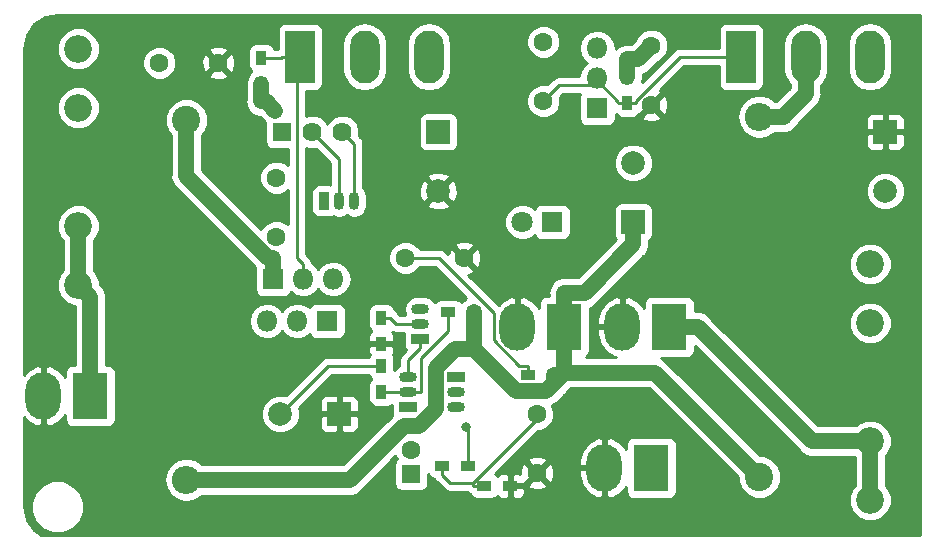
<source format=gbl>
G04 #@! TF.GenerationSoftware,KiCad,Pcbnew,(2018-01-30 revision 342197bb3)-makepkg*
G04 #@! TF.CreationDate,2019-02-26T10:02:36-05:00*
G04 #@! TF.ProjectId,AAMB,41414D422E6B696361645F7063620000,rev?*
G04 #@! TF.SameCoordinates,Original*
G04 #@! TF.FileFunction,Copper,L2,Bot,Signal*
G04 #@! TF.FilePolarity,Positive*
%FSLAX46Y46*%
G04 Gerber Fmt 4.6, Leading zero omitted, Abs format (unit mm)*
G04 Created by KiCad (PCBNEW (2018-01-30 revision 342197bb3)-makepkg) date 02/26/19 10:02:36*
%MOMM*%
%LPD*%
G01*
G04 APERTURE LIST*
%ADD10C,1.600000*%
%ADD11R,1.600000X1.600000*%
%ADD12C,2.000000*%
%ADD13R,2.000000X2.000000*%
%ADD14C,1.800000*%
%ADD15R,1.800000X1.800000*%
%ADD16C,2.350000*%
%ADD17O,3.000000X4.000000*%
%ADD18R,3.000000X4.000000*%
%ADD19O,1.500000X0.900000*%
%ADD20R,1.500000X0.900000*%
%ADD21O,1.800000X1.800000*%
%ADD22R,0.900000X1.500000*%
%ADD23O,0.900000X1.500000*%
%ADD24R,2.500000X4.500000*%
%ADD25O,2.500000X4.500000*%
%ADD26R,1.200000X0.900000*%
%ADD27R,0.900000X1.200000*%
%ADD28O,2.400000X2.400000*%
%ADD29C,2.400000*%
%ADD30C,1.620000*%
%ADD31R,1.620000X1.620000*%
%ADD32C,0.800000*%
%ADD33C,0.250000*%
%ADD34C,1.380000*%
%ADD35C,0.254000*%
G04 APERTURE END LIST*
D10*
X155448000Y-91218000D03*
D11*
X155448000Y-93218000D03*
D10*
X166116000Y-93138000D03*
X166116000Y-88138000D03*
D12*
X144352000Y-88138000D03*
D13*
X149352000Y-88138000D03*
D10*
X144018000Y-73152000D03*
X144018000Y-68152000D03*
D13*
X174244000Y-71882000D03*
D12*
X174244000Y-66882000D03*
D10*
X166624000Y-61642000D03*
X166624000Y-56642000D03*
X139112000Y-58420000D03*
X134112000Y-58420000D03*
X154940000Y-74930000D03*
X159940000Y-74930000D03*
X175768000Y-56976000D03*
X175768000Y-61976000D03*
D13*
X157734000Y-64262000D03*
D12*
X157734000Y-69262000D03*
X195580000Y-69262000D03*
D13*
X195580000Y-64262000D03*
D14*
X164846000Y-71882000D03*
D15*
X167386000Y-71882000D03*
D16*
X127254000Y-62216000D03*
X127254000Y-57216000D03*
X127254000Y-72216000D03*
X127254000Y-77216000D03*
X194310000Y-95438000D03*
X194310000Y-90438000D03*
X194310000Y-75438000D03*
X194310000Y-80438000D03*
D17*
X164439600Y-80772000D03*
D18*
X168402000Y-80772000D03*
D19*
X159258000Y-86325500D03*
X159258000Y-87595500D03*
D20*
X159258000Y-85055500D03*
D19*
X156210000Y-80518000D03*
X156210000Y-79248000D03*
D20*
X156210000Y-81788000D03*
X155194000Y-87595500D03*
D19*
X155194000Y-85055500D03*
X155194000Y-86325500D03*
D21*
X143256000Y-80264000D03*
X145796000Y-80264000D03*
D15*
X148336000Y-80264000D03*
D22*
X148082000Y-70104000D03*
D23*
X150622000Y-70104000D03*
X149352000Y-70104000D03*
D21*
X148844000Y-76708000D03*
X146304000Y-76708000D03*
D15*
X143764000Y-76708000D03*
X171196000Y-62230000D03*
D21*
X171196000Y-59690000D03*
X171196000Y-57150000D03*
D24*
X146050000Y-57912000D03*
D25*
X151500000Y-57912000D03*
X156950000Y-57912000D03*
X194288000Y-57912000D03*
X188838000Y-57912000D03*
D24*
X183388000Y-57912000D03*
D26*
X163830000Y-94234000D03*
X161630000Y-94234000D03*
X160281000Y-92544000D03*
X158081000Y-92544000D03*
D27*
X152908000Y-80010000D03*
X152908000Y-82210000D03*
X152908000Y-84074000D03*
X152908000Y-86274000D03*
D26*
X158582000Y-79502000D03*
X160782000Y-79502000D03*
D27*
X142748000Y-57998000D03*
X142748000Y-60198000D03*
X173736000Y-61806000D03*
X173736000Y-59606000D03*
D28*
X136398000Y-93726000D03*
D29*
X136398000Y-63246000D03*
X184912000Y-93472000D03*
D28*
X184912000Y-62992000D03*
D26*
X165354000Y-84836000D03*
X167554000Y-84836000D03*
D30*
X149606000Y-64262000D03*
X147066000Y-64262000D03*
D31*
X144526000Y-64262000D03*
D17*
X171805600Y-92710000D03*
D18*
X175768000Y-92710000D03*
D17*
X173329600Y-80772000D03*
D18*
X177292000Y-80772000D03*
X128270000Y-86614000D03*
D17*
X124307600Y-86614000D03*
D32*
X143948300Y-62452900D03*
X160112500Y-89231700D03*
D33*
X158081000Y-92544000D02*
X158081000Y-93319300D01*
X158728900Y-93967200D02*
X160697800Y-93967200D01*
X158081000Y-93319300D02*
X158728900Y-93967200D01*
X160704700Y-93974100D02*
X160697800Y-93967200D01*
X160704700Y-94234000D02*
X160704700Y-93974100D01*
X166116000Y-88549000D02*
X166116000Y-88138000D01*
X160697800Y-93967200D02*
X166116000Y-88549000D01*
X161630000Y-94234000D02*
X160704700Y-94234000D01*
X148416000Y-84074000D02*
X144352000Y-88138000D01*
X152908000Y-84074000D02*
X148416000Y-84074000D01*
D34*
X170134600Y-77881700D02*
X174244000Y-73772300D01*
X168402000Y-77881700D02*
X170134600Y-77881700D01*
X174244000Y-71882000D02*
X174244000Y-73772300D01*
X168402000Y-80772000D02*
X168402000Y-77881700D01*
X167554000Y-84836000D02*
X167554000Y-85506100D01*
X176098100Y-84658100D02*
X168402000Y-84658100D01*
X184912000Y-93472000D02*
X176098100Y-84658100D01*
X167554000Y-85506100D02*
X168402000Y-84658100D01*
X168402000Y-84658100D02*
X168402000Y-80772000D01*
X150240500Y-93726000D02*
X136398000Y-93726000D01*
X154821600Y-89144900D02*
X150240500Y-93726000D01*
X156118900Y-89144900D02*
X154821600Y-89144900D01*
X157565500Y-87698300D02*
X156118900Y-89144900D01*
X157565500Y-84233200D02*
X157565500Y-87698300D01*
X159164500Y-82634200D02*
X157565500Y-84233200D01*
X160782000Y-82634200D02*
X159164500Y-82634200D01*
X160782000Y-79502000D02*
X160782000Y-82634200D01*
X166883700Y-86176400D02*
X167554000Y-85506100D01*
X164324200Y-86176400D02*
X166883700Y-86176400D01*
X160782000Y-82634200D02*
X164324200Y-86176400D01*
D33*
X171196000Y-59690000D02*
X171196000Y-60302600D01*
X167963400Y-60302600D02*
X166624000Y-61642000D01*
X171196000Y-60302600D02*
X167963400Y-60302600D01*
X171554200Y-60302600D02*
X171196000Y-60302600D01*
X172960700Y-61709100D02*
X171554200Y-60302600D01*
X172960700Y-61806000D02*
X172960700Y-61709100D01*
X173348400Y-61806000D02*
X172960700Y-61806000D01*
X173348400Y-61806000D02*
X173736000Y-61806000D01*
X178211500Y-57912000D02*
X183388000Y-57912000D01*
X174511300Y-61612200D02*
X178211500Y-57912000D01*
X174511300Y-61806000D02*
X174511300Y-61612200D01*
X173736000Y-61806000D02*
X174511300Y-61806000D01*
X150622000Y-65278000D02*
X150622000Y-70104000D01*
X149606000Y-64262000D02*
X150622000Y-65278000D01*
D34*
X142748000Y-60198000D02*
X142748000Y-61688300D01*
X143183700Y-61688300D02*
X143948300Y-62452900D01*
X142748000Y-61688300D02*
X143183700Y-61688300D01*
D33*
X157768800Y-74930000D02*
X154940000Y-74930000D01*
X162423100Y-79584300D02*
X157768800Y-74930000D01*
X162423100Y-81905100D02*
X162423100Y-79584300D01*
X164578700Y-84060700D02*
X162423100Y-81905100D01*
X165354000Y-84060700D02*
X164578700Y-84060700D01*
X165354000Y-84836000D02*
X165354000Y-84060700D01*
D34*
X174628300Y-58115700D02*
X173736000Y-58115700D01*
X175768000Y-56976000D02*
X174628300Y-58115700D01*
X173736000Y-59606000D02*
X173736000Y-58115700D01*
D33*
X154191300Y-80518000D02*
X156210000Y-80518000D01*
X153683300Y-80010000D02*
X154191300Y-80518000D01*
X152908000Y-80010000D02*
X153683300Y-80010000D01*
X160281000Y-89400200D02*
X160112500Y-89231700D01*
X160281000Y-92544000D02*
X160281000Y-89400200D01*
X155194000Y-83579300D02*
X156210000Y-82563300D01*
X155194000Y-85055500D02*
X155194000Y-83579300D01*
X156210000Y-81788000D02*
X156210000Y-82563300D01*
X156269300Y-83416900D02*
X156269300Y-86325500D01*
X158582000Y-81104200D02*
X156269300Y-83416900D01*
X158582000Y-79502000D02*
X158582000Y-81104200D01*
X155194000Y-86325500D02*
X156269300Y-86325500D01*
X154067200Y-86274000D02*
X154118700Y-86325500D01*
X152908000Y-86274000D02*
X154067200Y-86274000D01*
X155194000Y-86325500D02*
X154118700Y-86325500D01*
X149352000Y-66548000D02*
X149352000Y-70104000D01*
X147066000Y-64262000D02*
X149352000Y-66548000D01*
X144388700Y-57998000D02*
X144474700Y-57912000D01*
X142748000Y-57998000D02*
X144388700Y-57998000D01*
X146050000Y-57912000D02*
X145743100Y-57912000D01*
X145743100Y-57912000D02*
X144474700Y-57912000D01*
X145743100Y-74921800D02*
X146304000Y-75482700D01*
X145743100Y-57912000D02*
X145743100Y-74921800D01*
X146304000Y-76708000D02*
X146304000Y-75482700D01*
D34*
X143316400Y-74917700D02*
X143764000Y-74917700D01*
X136398000Y-67999300D02*
X143316400Y-74917700D01*
X136398000Y-63246000D02*
X136398000Y-67999300D01*
X143764000Y-76708000D02*
X143764000Y-74917700D01*
X187002300Y-62888000D02*
X188838000Y-61052300D01*
X187002300Y-62992000D02*
X187002300Y-62888000D01*
X188838000Y-57912000D02*
X188838000Y-61052300D01*
X184912000Y-62992000D02*
X187002300Y-62992000D01*
X128270000Y-78232000D02*
X127254000Y-77216000D01*
X128270000Y-86614000D02*
X128270000Y-78232000D01*
X127254000Y-77216000D02*
X127254000Y-72216000D01*
X194310000Y-90438000D02*
X194310000Y-95438000D01*
X189348300Y-90438000D02*
X194310000Y-90438000D01*
X179682300Y-80772000D02*
X189348300Y-90438000D01*
X177292000Y-80772000D02*
X179682300Y-80772000D01*
D35*
G36*
X198501000Y-98425000D02*
X124132630Y-98425000D01*
X123491433Y-97996567D01*
X122883039Y-97086039D01*
X122655000Y-95939610D01*
X122655000Y-95567431D01*
X123241000Y-95567431D01*
X123241000Y-96456569D01*
X123581259Y-97278026D01*
X124209974Y-97906741D01*
X125031431Y-98247000D01*
X125920569Y-98247000D01*
X126742026Y-97906741D01*
X127370741Y-97278026D01*
X127711000Y-96456569D01*
X127711000Y-95567431D01*
X127370741Y-94745974D01*
X126742026Y-94117259D01*
X125920569Y-93777000D01*
X125031431Y-93777000D01*
X124209974Y-94117259D01*
X123581259Y-94745974D01*
X123241000Y-95567431D01*
X122655000Y-95567431D01*
X122655000Y-93726000D01*
X134527051Y-93726000D01*
X134669469Y-94441981D01*
X135075039Y-95048961D01*
X135682019Y-95454531D01*
X136217273Y-95561000D01*
X136578727Y-95561000D01*
X137113981Y-95454531D01*
X137717909Y-95051000D01*
X150110002Y-95051000D01*
X150240500Y-95076958D01*
X150370998Y-95051000D01*
X150370999Y-95051000D01*
X150757489Y-94974122D01*
X151195772Y-94681272D01*
X151269697Y-94570635D01*
X154107866Y-91732466D01*
X154199591Y-91953910D01*
X154190191Y-91960191D01*
X154049843Y-92170235D01*
X154000560Y-92418000D01*
X154000560Y-94018000D01*
X154049843Y-94265765D01*
X154190191Y-94475809D01*
X154400235Y-94616157D01*
X154648000Y-94665440D01*
X156248000Y-94665440D01*
X156495765Y-94616157D01*
X156705809Y-94475809D01*
X156846157Y-94265765D01*
X156895440Y-94018000D01*
X156895440Y-93260618D01*
X157023191Y-93451809D01*
X157233235Y-93592157D01*
X157367061Y-93618776D01*
X157438706Y-93726000D01*
X157533072Y-93867229D01*
X157596528Y-93909629D01*
X158138570Y-94451672D01*
X158180971Y-94515129D01*
X158432363Y-94683104D01*
X158654048Y-94727200D01*
X158654053Y-94727200D01*
X158728900Y-94742088D01*
X158803747Y-94727200D01*
X160120202Y-94727200D01*
X160138907Y-94755193D01*
X160156771Y-94781929D01*
X160408163Y-94949904D01*
X160449451Y-94958117D01*
X160572191Y-95141809D01*
X160782235Y-95282157D01*
X161030000Y-95331440D01*
X162230000Y-95331440D01*
X162477765Y-95282157D01*
X162687809Y-95141809D01*
X162728654Y-95080680D01*
X162870302Y-95222327D01*
X163103691Y-95319000D01*
X163544250Y-95319000D01*
X163703000Y-95160250D01*
X163703000Y-94361000D01*
X163957000Y-94361000D01*
X163957000Y-95160250D01*
X164115750Y-95319000D01*
X164556309Y-95319000D01*
X164789698Y-95222327D01*
X164968327Y-95043699D01*
X165065000Y-94810310D01*
X165065000Y-94519750D01*
X164906250Y-94361000D01*
X163957000Y-94361000D01*
X163703000Y-94361000D01*
X163683000Y-94361000D01*
X163683000Y-94145745D01*
X165287861Y-94145745D01*
X165361995Y-94391864D01*
X165899223Y-94584965D01*
X166469454Y-94557778D01*
X166870005Y-94391864D01*
X166944139Y-94145745D01*
X166116000Y-93317605D01*
X165287861Y-94145745D01*
X163683000Y-94145745D01*
X163683000Y-94107000D01*
X163703000Y-94107000D01*
X163703000Y-93307750D01*
X163957000Y-93307750D01*
X163957000Y-94107000D01*
X164906250Y-94107000D01*
X165061265Y-93951985D01*
X165108255Y-93966139D01*
X165936395Y-93138000D01*
X166295605Y-93138000D01*
X167123745Y-93966139D01*
X167369864Y-93892005D01*
X167562965Y-93354777D01*
X167538279Y-92837000D01*
X169670600Y-92837000D01*
X169670600Y-93337000D01*
X169881718Y-94144362D01*
X170385730Y-94809476D01*
X171105904Y-95231084D01*
X171346767Y-95295113D01*
X171678600Y-95182165D01*
X171678600Y-92837000D01*
X169670600Y-92837000D01*
X167538279Y-92837000D01*
X167535778Y-92784546D01*
X167369864Y-92383995D01*
X167123745Y-92309861D01*
X166295605Y-93138000D01*
X165936395Y-93138000D01*
X165108255Y-92309861D01*
X164862136Y-92383995D01*
X164669035Y-92921223D01*
X164682385Y-93201222D01*
X164556309Y-93149000D01*
X164115750Y-93149000D01*
X163957000Y-93307750D01*
X163703000Y-93307750D01*
X163544250Y-93149000D01*
X163103691Y-93149000D01*
X162870302Y-93245673D01*
X162728654Y-93387320D01*
X162687809Y-93326191D01*
X162523439Y-93216362D01*
X163609546Y-92130255D01*
X165287861Y-92130255D01*
X166116000Y-92958395D01*
X166944139Y-92130255D01*
X166929906Y-92083000D01*
X169670600Y-92083000D01*
X169670600Y-92583000D01*
X171678600Y-92583000D01*
X171678600Y-90237835D01*
X171932600Y-90237835D01*
X171932600Y-92583000D01*
X171952600Y-92583000D01*
X171952600Y-92837000D01*
X171932600Y-92837000D01*
X171932600Y-95182165D01*
X172264433Y-95295113D01*
X172505296Y-95231084D01*
X173225470Y-94809476D01*
X173620560Y-94288100D01*
X173620560Y-94710000D01*
X173669843Y-94957765D01*
X173810191Y-95167809D01*
X174020235Y-95308157D01*
X174268000Y-95357440D01*
X177268000Y-95357440D01*
X177515765Y-95308157D01*
X177725809Y-95167809D01*
X177866157Y-94957765D01*
X177915440Y-94710000D01*
X177915440Y-90710000D01*
X177866157Y-90462235D01*
X177725809Y-90252191D01*
X177515765Y-90111843D01*
X177268000Y-90062560D01*
X174268000Y-90062560D01*
X174020235Y-90111843D01*
X173810191Y-90252191D01*
X173669843Y-90462235D01*
X173620560Y-90710000D01*
X173620560Y-91131900D01*
X173225470Y-90610524D01*
X172505296Y-90188916D01*
X172264433Y-90124887D01*
X171932600Y-90237835D01*
X171678600Y-90237835D01*
X171346767Y-90124887D01*
X171105904Y-90188916D01*
X170385730Y-90610524D01*
X169881718Y-91275638D01*
X169670600Y-92083000D01*
X166929906Y-92083000D01*
X166870005Y-91884136D01*
X166332777Y-91691035D01*
X165762546Y-91718222D01*
X165361995Y-91884136D01*
X165287861Y-92130255D01*
X163609546Y-92130255D01*
X166166802Y-89573000D01*
X166401439Y-89573000D01*
X166928862Y-89354534D01*
X167332534Y-88950862D01*
X167551000Y-88423439D01*
X167551000Y-87852561D01*
X167375755Y-87429482D01*
X167400689Y-87424522D01*
X167838972Y-87131672D01*
X167912897Y-87021035D01*
X168398635Y-86535297D01*
X168509272Y-86461372D01*
X168583196Y-86350736D01*
X168950833Y-85983100D01*
X175549268Y-85983100D01*
X183077000Y-93510833D01*
X183077000Y-93837004D01*
X183356362Y-94511444D01*
X183872556Y-95027638D01*
X184546996Y-95307000D01*
X185277004Y-95307000D01*
X185951444Y-95027638D01*
X186467638Y-94511444D01*
X186747000Y-93837004D01*
X186747000Y-93106996D01*
X186467638Y-92432556D01*
X185951444Y-91916362D01*
X185277004Y-91637000D01*
X184950833Y-91637000D01*
X177127297Y-83813465D01*
X177053372Y-83702828D01*
X176629250Y-83419440D01*
X178792000Y-83419440D01*
X179039765Y-83370157D01*
X179249809Y-83229809D01*
X179390157Y-83019765D01*
X179439440Y-82772000D01*
X179439440Y-82402972D01*
X188319105Y-91282638D01*
X188393028Y-91393272D01*
X188831311Y-91686122D01*
X189217801Y-91763000D01*
X189348299Y-91788958D01*
X189478797Y-91763000D01*
X192985000Y-91763000D01*
X192985001Y-94203272D01*
X192775556Y-94412717D01*
X192500000Y-95077969D01*
X192500000Y-95798031D01*
X192775556Y-96463283D01*
X193284717Y-96972444D01*
X193949969Y-97248000D01*
X194670031Y-97248000D01*
X195335283Y-96972444D01*
X195844444Y-96463283D01*
X196120000Y-95798031D01*
X196120000Y-95077969D01*
X195844444Y-94412717D01*
X195635000Y-94203273D01*
X195635000Y-91672727D01*
X195844444Y-91463283D01*
X196120000Y-90798031D01*
X196120000Y-90077969D01*
X195844444Y-89412717D01*
X195335283Y-88903556D01*
X194670031Y-88628000D01*
X193949969Y-88628000D01*
X193284717Y-88903556D01*
X193075273Y-89113000D01*
X189897133Y-89113000D01*
X180862102Y-80077969D01*
X192500000Y-80077969D01*
X192500000Y-80798031D01*
X192775556Y-81463283D01*
X193284717Y-81972444D01*
X193949969Y-82248000D01*
X194670031Y-82248000D01*
X195335283Y-81972444D01*
X195844444Y-81463283D01*
X196120000Y-80798031D01*
X196120000Y-80077969D01*
X195844444Y-79412717D01*
X195335283Y-78903556D01*
X194670031Y-78628000D01*
X193949969Y-78628000D01*
X193284717Y-78903556D01*
X192775556Y-79412717D01*
X192500000Y-80077969D01*
X180862102Y-80077969D01*
X180711497Y-79927365D01*
X180637572Y-79816728D01*
X180199289Y-79523878D01*
X179812799Y-79447000D01*
X179812798Y-79447000D01*
X179682300Y-79421042D01*
X179551802Y-79447000D01*
X179439440Y-79447000D01*
X179439440Y-78772000D01*
X179390157Y-78524235D01*
X179249809Y-78314191D01*
X179039765Y-78173843D01*
X178792000Y-78124560D01*
X175792000Y-78124560D01*
X175544235Y-78173843D01*
X175334191Y-78314191D01*
X175193843Y-78524235D01*
X175144560Y-78772000D01*
X175144560Y-79193900D01*
X174749470Y-78672524D01*
X174029296Y-78250916D01*
X173788433Y-78186887D01*
X173456600Y-78299835D01*
X173456600Y-80645000D01*
X173476600Y-80645000D01*
X173476600Y-80899000D01*
X173456600Y-80899000D01*
X173456600Y-80919000D01*
X173202600Y-80919000D01*
X173202600Y-80899000D01*
X171194600Y-80899000D01*
X171194600Y-81399000D01*
X171405718Y-82206362D01*
X171909730Y-82871476D01*
X172629904Y-83293084D01*
X172780435Y-83333100D01*
X170205224Y-83333100D01*
X170359809Y-83229809D01*
X170500157Y-83019765D01*
X170549440Y-82772000D01*
X170549440Y-80145000D01*
X171194600Y-80145000D01*
X171194600Y-80645000D01*
X173202600Y-80645000D01*
X173202600Y-78299835D01*
X172870767Y-78186887D01*
X172629904Y-78250916D01*
X171909730Y-78672524D01*
X171405718Y-79337638D01*
X171194600Y-80145000D01*
X170549440Y-80145000D01*
X170549440Y-79150141D01*
X170651589Y-79129822D01*
X171089872Y-78836972D01*
X171163797Y-78726335D01*
X174812163Y-75077969D01*
X192500000Y-75077969D01*
X192500000Y-75798031D01*
X192775556Y-76463283D01*
X193284717Y-76972444D01*
X193949969Y-77248000D01*
X194670031Y-77248000D01*
X195335283Y-76972444D01*
X195844444Y-76463283D01*
X196120000Y-75798031D01*
X196120000Y-75077969D01*
X195844444Y-74412717D01*
X195335283Y-73903556D01*
X194670031Y-73628000D01*
X193949969Y-73628000D01*
X193284717Y-73903556D01*
X192775556Y-74412717D01*
X192500000Y-75077969D01*
X174812163Y-75077969D01*
X175088638Y-74801495D01*
X175199272Y-74727572D01*
X175492122Y-74289289D01*
X175569000Y-73902799D01*
X175594958Y-73772301D01*
X175569000Y-73641803D01*
X175569000Y-73428550D01*
X175701809Y-73339809D01*
X175842157Y-73129765D01*
X175891440Y-72882000D01*
X175891440Y-70882000D01*
X175842157Y-70634235D01*
X175701809Y-70424191D01*
X175491765Y-70283843D01*
X175244000Y-70234560D01*
X173244000Y-70234560D01*
X172996235Y-70283843D01*
X172786191Y-70424191D01*
X172645843Y-70634235D01*
X172596560Y-70882000D01*
X172596560Y-72882000D01*
X172645843Y-73129765D01*
X172786191Y-73339809D01*
X172796062Y-73346405D01*
X169585768Y-76556700D01*
X168532499Y-76556700D01*
X168402000Y-76530742D01*
X168271501Y-76556700D01*
X167885011Y-76633578D01*
X167446728Y-76926428D01*
X167153878Y-77364711D01*
X167051042Y-77881700D01*
X167077001Y-78012204D01*
X167077001Y-78124560D01*
X166902000Y-78124560D01*
X166654235Y-78173843D01*
X166444191Y-78314191D01*
X166303843Y-78524235D01*
X166254560Y-78772000D01*
X166254560Y-79193900D01*
X165859470Y-78672524D01*
X165139296Y-78250916D01*
X164898433Y-78186887D01*
X164566600Y-78299835D01*
X164566600Y-80645000D01*
X164586600Y-80645000D01*
X164586600Y-80899000D01*
X164566600Y-80899000D01*
X164566600Y-80919000D01*
X164312600Y-80919000D01*
X164312600Y-80899000D01*
X164292600Y-80899000D01*
X164292600Y-80645000D01*
X164312600Y-80645000D01*
X164312600Y-78299835D01*
X163980767Y-78186887D01*
X163739904Y-78250916D01*
X163019730Y-78672524D01*
X162832803Y-78919201D01*
X160264748Y-76351147D01*
X160293454Y-76349778D01*
X160694005Y-76183864D01*
X160768139Y-75937745D01*
X159940000Y-75109605D01*
X159925858Y-75123748D01*
X159746253Y-74944143D01*
X159760395Y-74930000D01*
X160119605Y-74930000D01*
X160947745Y-75758139D01*
X161193864Y-75684005D01*
X161386965Y-75146777D01*
X161359778Y-74576546D01*
X161193864Y-74175995D01*
X160947745Y-74101861D01*
X160119605Y-74930000D01*
X159760395Y-74930000D01*
X158932255Y-74101861D01*
X158686136Y-74175995D01*
X158528409Y-74614808D01*
X158359131Y-74445530D01*
X158316729Y-74382071D01*
X158065337Y-74214096D01*
X157843652Y-74170000D01*
X157843647Y-74170000D01*
X157768800Y-74155112D01*
X157693953Y-74170000D01*
X156178430Y-74170000D01*
X156156534Y-74117138D01*
X155961651Y-73922255D01*
X159111861Y-73922255D01*
X159940000Y-74750395D01*
X160768139Y-73922255D01*
X160694005Y-73676136D01*
X160156777Y-73483035D01*
X159586546Y-73510222D01*
X159185995Y-73676136D01*
X159111861Y-73922255D01*
X155961651Y-73922255D01*
X155752862Y-73713466D01*
X155225439Y-73495000D01*
X154654561Y-73495000D01*
X154127138Y-73713466D01*
X153723466Y-74117138D01*
X153505000Y-74644561D01*
X153505000Y-75215439D01*
X153723466Y-75742862D01*
X154127138Y-76146534D01*
X154654561Y-76365000D01*
X155225439Y-76365000D01*
X155752862Y-76146534D01*
X156156534Y-75742862D01*
X156178430Y-75690000D01*
X157453999Y-75690000D01*
X160116865Y-78352866D01*
X159979097Y-78444920D01*
X159934235Y-78453843D01*
X159724191Y-78594191D01*
X159682000Y-78657334D01*
X159639809Y-78594191D01*
X159429765Y-78453843D01*
X159182000Y-78404560D01*
X157982000Y-78404560D01*
X157734235Y-78453843D01*
X157524191Y-78594191D01*
X157451123Y-78703543D01*
X157292241Y-78465759D01*
X156933346Y-78225953D01*
X156616861Y-78163000D01*
X155803139Y-78163000D01*
X155486654Y-78225953D01*
X155127759Y-78465759D01*
X154887953Y-78824654D01*
X154803744Y-79248000D01*
X154887953Y-79671346D01*
X154945853Y-79758000D01*
X154506102Y-79758000D01*
X154273630Y-79525529D01*
X154231229Y-79462071D01*
X153982776Y-79296060D01*
X153956157Y-79162235D01*
X153815809Y-78952191D01*
X153605765Y-78811843D01*
X153358000Y-78762560D01*
X152458000Y-78762560D01*
X152210235Y-78811843D01*
X152000191Y-78952191D01*
X151859843Y-79162235D01*
X151810560Y-79410000D01*
X151810560Y-80610000D01*
X151859843Y-80857765D01*
X152000191Y-81067809D01*
X152061320Y-81108654D01*
X151919673Y-81250302D01*
X151823000Y-81483691D01*
X151823000Y-81924250D01*
X151981750Y-82083000D01*
X152781000Y-82083000D01*
X152781000Y-82063000D01*
X153035000Y-82063000D01*
X153035000Y-82083000D01*
X153834250Y-82083000D01*
X153993000Y-81924250D01*
X153993000Y-81483691D01*
X153896327Y-81250302D01*
X153850059Y-81204034D01*
X153894763Y-81233904D01*
X154116448Y-81278000D01*
X154116452Y-81278000D01*
X154191299Y-81292888D01*
X154266146Y-81278000D01*
X154824495Y-81278000D01*
X154812560Y-81338000D01*
X154812560Y-82238000D01*
X154861843Y-82485765D01*
X155002191Y-82695809D01*
X155002490Y-82696009D01*
X154709528Y-82988971D01*
X154646072Y-83031371D01*
X154603672Y-83094827D01*
X154603671Y-83094828D01*
X154566012Y-83151189D01*
X154478097Y-83282763D01*
X154440058Y-83474000D01*
X154419112Y-83579300D01*
X154434001Y-83654151D01*
X154434001Y-84057944D01*
X154111759Y-84273259D01*
X154005440Y-84432377D01*
X154005440Y-83474000D01*
X153956157Y-83226235D01*
X153904766Y-83149324D01*
X153993000Y-82936309D01*
X153993000Y-82495750D01*
X153834250Y-82337000D01*
X153035000Y-82337000D01*
X153035000Y-82357000D01*
X152781000Y-82357000D01*
X152781000Y-82337000D01*
X151981750Y-82337000D01*
X151823000Y-82495750D01*
X151823000Y-82936309D01*
X151911234Y-83149324D01*
X151859843Y-83226235D01*
X151842386Y-83314000D01*
X148490847Y-83314000D01*
X148416000Y-83299112D01*
X148341153Y-83314000D01*
X148341148Y-83314000D01*
X148119463Y-83358096D01*
X147868071Y-83526071D01*
X147825671Y-83589527D01*
X144843376Y-86571823D01*
X144677222Y-86503000D01*
X144026778Y-86503000D01*
X143425847Y-86751914D01*
X142965914Y-87211847D01*
X142717000Y-87812778D01*
X142717000Y-88463222D01*
X142965914Y-89064153D01*
X143425847Y-89524086D01*
X144026778Y-89773000D01*
X144677222Y-89773000D01*
X145278153Y-89524086D01*
X145738086Y-89064153D01*
X145987000Y-88463222D01*
X145987000Y-88423750D01*
X147717000Y-88423750D01*
X147717000Y-89264310D01*
X147813673Y-89497699D01*
X147992302Y-89676327D01*
X148225691Y-89773000D01*
X149066250Y-89773000D01*
X149225000Y-89614250D01*
X149225000Y-88265000D01*
X149479000Y-88265000D01*
X149479000Y-89614250D01*
X149637750Y-89773000D01*
X150478309Y-89773000D01*
X150711698Y-89676327D01*
X150890327Y-89497699D01*
X150987000Y-89264310D01*
X150987000Y-88423750D01*
X150828250Y-88265000D01*
X149479000Y-88265000D01*
X149225000Y-88265000D01*
X147875750Y-88265000D01*
X147717000Y-88423750D01*
X145987000Y-88423750D01*
X145987000Y-87812778D01*
X145918177Y-87646624D01*
X146553111Y-87011690D01*
X147717000Y-87011690D01*
X147717000Y-87852250D01*
X147875750Y-88011000D01*
X149225000Y-88011000D01*
X149225000Y-86661750D01*
X149479000Y-86661750D01*
X149479000Y-88011000D01*
X150828250Y-88011000D01*
X150987000Y-87852250D01*
X150987000Y-87011690D01*
X150890327Y-86778301D01*
X150711698Y-86599673D01*
X150478309Y-86503000D01*
X149637750Y-86503000D01*
X149479000Y-86661750D01*
X149225000Y-86661750D01*
X149066250Y-86503000D01*
X148225691Y-86503000D01*
X147992302Y-86599673D01*
X147813673Y-86778301D01*
X147717000Y-87011690D01*
X146553111Y-87011690D01*
X148730802Y-84834000D01*
X151842386Y-84834000D01*
X151859843Y-84921765D01*
X152000191Y-85131809D01*
X152063334Y-85174000D01*
X152000191Y-85216191D01*
X151859843Y-85426235D01*
X151810560Y-85674000D01*
X151810560Y-86874000D01*
X151859843Y-87121765D01*
X152000191Y-87331809D01*
X152210235Y-87472157D01*
X152458000Y-87521440D01*
X153358000Y-87521440D01*
X153605765Y-87472157D01*
X153796560Y-87344671D01*
X153796560Y-88045500D01*
X153834657Y-88237028D01*
X153792406Y-88300261D01*
X149691668Y-92401000D01*
X137717909Y-92401000D01*
X137113981Y-91997469D01*
X136578727Y-91891000D01*
X136217273Y-91891000D01*
X135682019Y-91997469D01*
X135075039Y-92403039D01*
X134669469Y-93010019D01*
X134527051Y-93726000D01*
X122655000Y-93726000D01*
X122655000Y-88406356D01*
X122887730Y-88713476D01*
X123607904Y-89135084D01*
X123848767Y-89199113D01*
X124180600Y-89086165D01*
X124180600Y-86741000D01*
X124160600Y-86741000D01*
X124160600Y-86487000D01*
X124180600Y-86487000D01*
X124180600Y-84141835D01*
X124434600Y-84141835D01*
X124434600Y-86487000D01*
X124454600Y-86487000D01*
X124454600Y-86741000D01*
X124434600Y-86741000D01*
X124434600Y-89086165D01*
X124766433Y-89199113D01*
X125007296Y-89135084D01*
X125727470Y-88713476D01*
X126122560Y-88192100D01*
X126122560Y-88614000D01*
X126171843Y-88861765D01*
X126312191Y-89071809D01*
X126522235Y-89212157D01*
X126770000Y-89261440D01*
X129770000Y-89261440D01*
X130017765Y-89212157D01*
X130227809Y-89071809D01*
X130368157Y-88861765D01*
X130417440Y-88614000D01*
X130417440Y-84614000D01*
X130368157Y-84366235D01*
X130227809Y-84156191D01*
X130017765Y-84015843D01*
X129770000Y-83966560D01*
X129595000Y-83966560D01*
X129595000Y-80264000D01*
X141690928Y-80264000D01*
X141810062Y-80862927D01*
X142149327Y-81370673D01*
X142657073Y-81709938D01*
X143104818Y-81799000D01*
X143407182Y-81799000D01*
X143854927Y-81709938D01*
X144362673Y-81370673D01*
X144526000Y-81126237D01*
X144689327Y-81370673D01*
X145197073Y-81709938D01*
X145644818Y-81799000D01*
X145947182Y-81799000D01*
X146394927Y-81709938D01*
X146838871Y-81413304D01*
X146978191Y-81621809D01*
X147188235Y-81762157D01*
X147436000Y-81811440D01*
X149236000Y-81811440D01*
X149483765Y-81762157D01*
X149693809Y-81621809D01*
X149834157Y-81411765D01*
X149883440Y-81164000D01*
X149883440Y-79364000D01*
X149834157Y-79116235D01*
X149693809Y-78906191D01*
X149483765Y-78765843D01*
X149236000Y-78716560D01*
X147436000Y-78716560D01*
X147188235Y-78765843D01*
X146978191Y-78906191D01*
X146838871Y-79114696D01*
X146394927Y-78818062D01*
X145947182Y-78729000D01*
X145644818Y-78729000D01*
X145197073Y-78818062D01*
X144689327Y-79157327D01*
X144526000Y-79401763D01*
X144362673Y-79157327D01*
X143854927Y-78818062D01*
X143407182Y-78729000D01*
X143104818Y-78729000D01*
X142657073Y-78818062D01*
X142149327Y-79157327D01*
X141810062Y-79665073D01*
X141690928Y-80264000D01*
X129595000Y-80264000D01*
X129595000Y-78362498D01*
X129620958Y-78232000D01*
X129586872Y-78060639D01*
X129518122Y-77715011D01*
X129225272Y-77276728D01*
X129114638Y-77202805D01*
X129064000Y-77152167D01*
X129064000Y-76855969D01*
X128788444Y-76190717D01*
X128579000Y-75981273D01*
X128579000Y-73450727D01*
X128788444Y-73241283D01*
X129064000Y-72576031D01*
X129064000Y-71855969D01*
X128788444Y-71190717D01*
X128279283Y-70681556D01*
X127614031Y-70406000D01*
X126893969Y-70406000D01*
X126228717Y-70681556D01*
X125719556Y-71190717D01*
X125444000Y-71855969D01*
X125444000Y-72576031D01*
X125719556Y-73241283D01*
X125929001Y-73450728D01*
X125929000Y-75981273D01*
X125719556Y-76190717D01*
X125444000Y-76855969D01*
X125444000Y-77576031D01*
X125719556Y-78241283D01*
X126228717Y-78750444D01*
X126893969Y-79026000D01*
X126945001Y-79026000D01*
X126945000Y-83966560D01*
X126770000Y-83966560D01*
X126522235Y-84015843D01*
X126312191Y-84156191D01*
X126171843Y-84366235D01*
X126122560Y-84614000D01*
X126122560Y-85035900D01*
X125727470Y-84514524D01*
X125007296Y-84092916D01*
X124766433Y-84028887D01*
X124434600Y-84141835D01*
X124180600Y-84141835D01*
X123848767Y-84028887D01*
X123607904Y-84092916D01*
X122887730Y-84514524D01*
X122655000Y-84821644D01*
X122655000Y-61855969D01*
X125444000Y-61855969D01*
X125444000Y-62576031D01*
X125719556Y-63241283D01*
X126228717Y-63750444D01*
X126893969Y-64026000D01*
X127614031Y-64026000D01*
X128279283Y-63750444D01*
X128788444Y-63241283D01*
X128937679Y-62880996D01*
X134563000Y-62880996D01*
X134563000Y-63611004D01*
X134842362Y-64285444D01*
X135073000Y-64516082D01*
X135073001Y-67868797D01*
X135047042Y-67999300D01*
X135124308Y-68387736D01*
X135149879Y-68516289D01*
X135442729Y-68954572D01*
X135553363Y-69028495D01*
X142235856Y-75710989D01*
X142216560Y-75808000D01*
X142216560Y-77608000D01*
X142265843Y-77855765D01*
X142406191Y-78065809D01*
X142616235Y-78206157D01*
X142864000Y-78255440D01*
X144664000Y-78255440D01*
X144911765Y-78206157D01*
X145121809Y-78065809D01*
X145261129Y-77857304D01*
X145705073Y-78153938D01*
X146152818Y-78243000D01*
X146455182Y-78243000D01*
X146902927Y-78153938D01*
X147410673Y-77814673D01*
X147574000Y-77570237D01*
X147737327Y-77814673D01*
X148245073Y-78153938D01*
X148692818Y-78243000D01*
X148995182Y-78243000D01*
X149442927Y-78153938D01*
X149950673Y-77814673D01*
X150289938Y-77306927D01*
X150409072Y-76708000D01*
X150289938Y-76109073D01*
X149950673Y-75601327D01*
X149442927Y-75262062D01*
X148995182Y-75173000D01*
X148692818Y-75173000D01*
X148245073Y-75262062D01*
X147737327Y-75601327D01*
X147574000Y-75845763D01*
X147410673Y-75601327D01*
X147055246Y-75363838D01*
X147019904Y-75186163D01*
X146947611Y-75077969D01*
X146894329Y-74998226D01*
X146894327Y-74998224D01*
X146851929Y-74934771D01*
X146788475Y-74892372D01*
X146503100Y-74606998D01*
X146503100Y-71576670D01*
X163311000Y-71576670D01*
X163311000Y-72187330D01*
X163544690Y-72751507D01*
X163976493Y-73183310D01*
X164540670Y-73417000D01*
X165151330Y-73417000D01*
X165715507Y-73183310D01*
X165884725Y-73014092D01*
X165887843Y-73029765D01*
X166028191Y-73239809D01*
X166238235Y-73380157D01*
X166486000Y-73429440D01*
X168286000Y-73429440D01*
X168533765Y-73380157D01*
X168743809Y-73239809D01*
X168884157Y-73029765D01*
X168933440Y-72782000D01*
X168933440Y-70982000D01*
X168884157Y-70734235D01*
X168743809Y-70524191D01*
X168533765Y-70383843D01*
X168286000Y-70334560D01*
X166486000Y-70334560D01*
X166238235Y-70383843D01*
X166028191Y-70524191D01*
X165887843Y-70734235D01*
X165884725Y-70749908D01*
X165715507Y-70580690D01*
X165151330Y-70347000D01*
X164540670Y-70347000D01*
X163976493Y-70580690D01*
X163544690Y-71012493D01*
X163311000Y-71576670D01*
X146503100Y-71576670D01*
X146503100Y-65592896D01*
X146778572Y-65707000D01*
X147353428Y-65707000D01*
X147411956Y-65682757D01*
X148592000Y-66862802D01*
X148592001Y-68718495D01*
X148532000Y-68706560D01*
X147632000Y-68706560D01*
X147384235Y-68755843D01*
X147174191Y-68896191D01*
X147033843Y-69106235D01*
X146984560Y-69354000D01*
X146984560Y-70854000D01*
X147033843Y-71101765D01*
X147174191Y-71311809D01*
X147384235Y-71452157D01*
X147632000Y-71501440D01*
X148532000Y-71501440D01*
X148779765Y-71452157D01*
X148873747Y-71389360D01*
X148928654Y-71426047D01*
X149352000Y-71510256D01*
X149775345Y-71426047D01*
X149987000Y-71284624D01*
X150198654Y-71426047D01*
X150622000Y-71510256D01*
X151045345Y-71426047D01*
X151404241Y-71186241D01*
X151644047Y-70827346D01*
X151707000Y-70510861D01*
X151707000Y-70414532D01*
X156761073Y-70414532D01*
X156859736Y-70681387D01*
X157469461Y-70907908D01*
X158119460Y-70883856D01*
X158608264Y-70681387D01*
X158706927Y-70414532D01*
X157734000Y-69441605D01*
X156761073Y-70414532D01*
X151707000Y-70414532D01*
X151707000Y-69697140D01*
X151644047Y-69380655D01*
X151404241Y-69021759D01*
X151382000Y-69006898D01*
X151382000Y-68997461D01*
X156088092Y-68997461D01*
X156112144Y-69647460D01*
X156314613Y-70136264D01*
X156581468Y-70234927D01*
X157554395Y-69262000D01*
X157913605Y-69262000D01*
X158886532Y-70234927D01*
X159153387Y-70136264D01*
X159379908Y-69526539D01*
X159358085Y-68936778D01*
X193945000Y-68936778D01*
X193945000Y-69587222D01*
X194193914Y-70188153D01*
X194653847Y-70648086D01*
X195254778Y-70897000D01*
X195905222Y-70897000D01*
X196506153Y-70648086D01*
X196966086Y-70188153D01*
X197215000Y-69587222D01*
X197215000Y-68936778D01*
X196966086Y-68335847D01*
X196506153Y-67875914D01*
X195905222Y-67627000D01*
X195254778Y-67627000D01*
X194653847Y-67875914D01*
X194193914Y-68335847D01*
X193945000Y-68936778D01*
X159358085Y-68936778D01*
X159355856Y-68876540D01*
X159153387Y-68387736D01*
X158886532Y-68289073D01*
X157913605Y-69262000D01*
X157554395Y-69262000D01*
X156581468Y-68289073D01*
X156314613Y-68387736D01*
X156088092Y-68997461D01*
X151382000Y-68997461D01*
X151382000Y-68109468D01*
X156761073Y-68109468D01*
X157734000Y-69082395D01*
X158706927Y-68109468D01*
X158608264Y-67842613D01*
X157998539Y-67616092D01*
X157348540Y-67640144D01*
X156859736Y-67842613D01*
X156761073Y-68109468D01*
X151382000Y-68109468D01*
X151382000Y-66556778D01*
X172609000Y-66556778D01*
X172609000Y-67207222D01*
X172857914Y-67808153D01*
X173317847Y-68268086D01*
X173918778Y-68517000D01*
X174569222Y-68517000D01*
X175170153Y-68268086D01*
X175630086Y-67808153D01*
X175879000Y-67207222D01*
X175879000Y-66556778D01*
X175630086Y-65955847D01*
X175170153Y-65495914D01*
X174569222Y-65247000D01*
X173918778Y-65247000D01*
X173317847Y-65495914D01*
X172857914Y-65955847D01*
X172609000Y-66556778D01*
X151382000Y-66556778D01*
X151382000Y-65352847D01*
X151396888Y-65278000D01*
X151382000Y-65203153D01*
X151382000Y-65203148D01*
X151337904Y-64981463D01*
X151169929Y-64730071D01*
X151106473Y-64687671D01*
X151026757Y-64607955D01*
X151051000Y-64549428D01*
X151051000Y-63974572D01*
X150831012Y-63443473D01*
X150649539Y-63262000D01*
X156086560Y-63262000D01*
X156086560Y-65262000D01*
X156135843Y-65509765D01*
X156276191Y-65719809D01*
X156486235Y-65860157D01*
X156734000Y-65909440D01*
X158734000Y-65909440D01*
X158981765Y-65860157D01*
X159191809Y-65719809D01*
X159332157Y-65509765D01*
X159381440Y-65262000D01*
X159381440Y-63262000D01*
X159332157Y-63014235D01*
X159191809Y-62804191D01*
X158981765Y-62663843D01*
X158734000Y-62614560D01*
X156734000Y-62614560D01*
X156486235Y-62663843D01*
X156276191Y-62804191D01*
X156135843Y-63014235D01*
X156086560Y-63262000D01*
X150649539Y-63262000D01*
X150424527Y-63036988D01*
X149893428Y-62817000D01*
X149318572Y-62817000D01*
X148787473Y-63036988D01*
X148380988Y-63443473D01*
X148336000Y-63552084D01*
X148291012Y-63443473D01*
X147884527Y-63036988D01*
X147353428Y-62817000D01*
X146778572Y-62817000D01*
X146503100Y-62931104D01*
X146503100Y-61356561D01*
X165189000Y-61356561D01*
X165189000Y-61927439D01*
X165407466Y-62454862D01*
X165811138Y-62858534D01*
X166338561Y-63077000D01*
X166909439Y-63077000D01*
X167436862Y-62858534D01*
X167840534Y-62454862D01*
X168059000Y-61927439D01*
X168059000Y-61356561D01*
X168037103Y-61303698D01*
X168278202Y-61062600D01*
X169710963Y-61062600D01*
X169697843Y-61082235D01*
X169648560Y-61330000D01*
X169648560Y-63130000D01*
X169697843Y-63377765D01*
X169838191Y-63587809D01*
X170048235Y-63728157D01*
X170296000Y-63777440D01*
X172096000Y-63777440D01*
X172343765Y-63728157D01*
X172553809Y-63587809D01*
X172694157Y-63377765D01*
X172743440Y-63130000D01*
X172743440Y-62736971D01*
X172828191Y-62863809D01*
X173038235Y-63004157D01*
X173286000Y-63053440D01*
X174186000Y-63053440D01*
X174433765Y-63004157D01*
X174464313Y-62983745D01*
X174939861Y-62983745D01*
X175013995Y-63229864D01*
X175551223Y-63422965D01*
X176121454Y-63395778D01*
X176522005Y-63229864D01*
X176593652Y-62992000D01*
X183041051Y-62992000D01*
X183183469Y-63707981D01*
X183589039Y-64314961D01*
X184196019Y-64720531D01*
X184731273Y-64827000D01*
X185092727Y-64827000D01*
X185627981Y-64720531D01*
X185886566Y-64547750D01*
X193945000Y-64547750D01*
X193945000Y-65388309D01*
X194041673Y-65621698D01*
X194220301Y-65800327D01*
X194453690Y-65897000D01*
X195294250Y-65897000D01*
X195453000Y-65738250D01*
X195453000Y-64389000D01*
X195707000Y-64389000D01*
X195707000Y-65738250D01*
X195865750Y-65897000D01*
X196706310Y-65897000D01*
X196939699Y-65800327D01*
X197118327Y-65621698D01*
X197215000Y-65388309D01*
X197215000Y-64547750D01*
X197056250Y-64389000D01*
X195707000Y-64389000D01*
X195453000Y-64389000D01*
X194103750Y-64389000D01*
X193945000Y-64547750D01*
X185886566Y-64547750D01*
X186231909Y-64317000D01*
X186871801Y-64317000D01*
X187002300Y-64342958D01*
X187132799Y-64317000D01*
X187519289Y-64240122D01*
X187957572Y-63947272D01*
X188240915Y-63523217D01*
X188628441Y-63135691D01*
X193945000Y-63135691D01*
X193945000Y-63976250D01*
X194103750Y-64135000D01*
X195453000Y-64135000D01*
X195453000Y-62785750D01*
X195707000Y-62785750D01*
X195707000Y-64135000D01*
X197056250Y-64135000D01*
X197215000Y-63976250D01*
X197215000Y-63135691D01*
X197118327Y-62902302D01*
X196939699Y-62723673D01*
X196706310Y-62627000D01*
X195865750Y-62627000D01*
X195707000Y-62785750D01*
X195453000Y-62785750D01*
X195294250Y-62627000D01*
X194453690Y-62627000D01*
X194220301Y-62723673D01*
X194041673Y-62902302D01*
X193945000Y-63135691D01*
X188628441Y-63135691D01*
X189682638Y-62081495D01*
X189793272Y-62007572D01*
X190086122Y-61569289D01*
X190163000Y-61182799D01*
X190188958Y-61052300D01*
X190163000Y-60921801D01*
X190163000Y-60293733D01*
X190197009Y-60271009D01*
X190613631Y-59647490D01*
X190723000Y-59097655D01*
X190723000Y-56726346D01*
X192403000Y-56726346D01*
X192403001Y-59097655D01*
X192512370Y-59647490D01*
X192928992Y-60271009D01*
X193552511Y-60687631D01*
X194288000Y-60833929D01*
X195023490Y-60687631D01*
X195647009Y-60271009D01*
X196063631Y-59647490D01*
X196173000Y-59097655D01*
X196173000Y-56726345D01*
X196063631Y-56176510D01*
X195647009Y-55552991D01*
X195023489Y-55136369D01*
X194288000Y-54990071D01*
X193552510Y-55136369D01*
X192928991Y-55552991D01*
X192512369Y-56176511D01*
X192403000Y-56726346D01*
X190723000Y-56726346D01*
X190723000Y-56726345D01*
X190613631Y-56176510D01*
X190197009Y-55552991D01*
X189573489Y-55136369D01*
X188838000Y-54990071D01*
X188102510Y-55136369D01*
X187478991Y-55552991D01*
X187062369Y-56176511D01*
X186953000Y-56726346D01*
X186953001Y-59097655D01*
X187062370Y-59647490D01*
X187478992Y-60271009D01*
X187513001Y-60293733D01*
X187513001Y-60503466D01*
X186349468Y-61667000D01*
X186231909Y-61667000D01*
X185627981Y-61263469D01*
X185092727Y-61157000D01*
X184731273Y-61157000D01*
X184196019Y-61263469D01*
X183589039Y-61669039D01*
X183183469Y-62276019D01*
X183041051Y-62992000D01*
X176593652Y-62992000D01*
X176596139Y-62983745D01*
X175768000Y-62155605D01*
X174939861Y-62983745D01*
X174464313Y-62983745D01*
X174643809Y-62863809D01*
X174696509Y-62784938D01*
X174760255Y-62804139D01*
X175588395Y-61976000D01*
X175947605Y-61976000D01*
X176775745Y-62804139D01*
X177021864Y-62730005D01*
X177214965Y-62192777D01*
X177187778Y-61622546D01*
X177021864Y-61221995D01*
X176775745Y-61147861D01*
X175947605Y-61976000D01*
X175588395Y-61976000D01*
X175574253Y-61961858D01*
X175753858Y-61782253D01*
X175768000Y-61796395D01*
X176596139Y-60968255D01*
X176522005Y-60722136D01*
X176488286Y-60710016D01*
X178526302Y-58672000D01*
X181490560Y-58672000D01*
X181490560Y-60162000D01*
X181539843Y-60409765D01*
X181680191Y-60619809D01*
X181890235Y-60760157D01*
X182138000Y-60809440D01*
X184638000Y-60809440D01*
X184885765Y-60760157D01*
X185095809Y-60619809D01*
X185236157Y-60409765D01*
X185285440Y-60162000D01*
X185285440Y-55662000D01*
X185236157Y-55414235D01*
X185095809Y-55204191D01*
X184885765Y-55063843D01*
X184638000Y-55014560D01*
X182138000Y-55014560D01*
X181890235Y-55063843D01*
X181680191Y-55204191D01*
X181539843Y-55414235D01*
X181490560Y-55662000D01*
X181490560Y-57152000D01*
X178286346Y-57152000D01*
X178211499Y-57137112D01*
X178136652Y-57152000D01*
X178136648Y-57152000D01*
X177914963Y-57196096D01*
X177663571Y-57364071D01*
X177621171Y-57427527D01*
X174998626Y-60050073D01*
X175061000Y-59736499D01*
X175061000Y-59380588D01*
X175145289Y-59363822D01*
X175583572Y-59070972D01*
X175657497Y-58960336D01*
X176315299Y-58302534D01*
X176580862Y-58192534D01*
X176984534Y-57788862D01*
X177203000Y-57261439D01*
X177203000Y-56690561D01*
X176984534Y-56163138D01*
X176580862Y-55759466D01*
X176053439Y-55541000D01*
X175482561Y-55541000D01*
X174955138Y-55759466D01*
X174551466Y-56163138D01*
X174441466Y-56428701D01*
X174079468Y-56790700D01*
X173866499Y-56790700D01*
X173736000Y-56764742D01*
X173605501Y-56790700D01*
X173219011Y-56867578D01*
X172780728Y-57160428D01*
X172749787Y-57206735D01*
X172761072Y-57150000D01*
X172641938Y-56551073D01*
X172302673Y-56043327D01*
X171794927Y-55704062D01*
X171347182Y-55615000D01*
X171044818Y-55615000D01*
X170597073Y-55704062D01*
X170089327Y-56043327D01*
X169750062Y-56551073D01*
X169630928Y-57150000D01*
X169750062Y-57748927D01*
X170089327Y-58256673D01*
X170333763Y-58420000D01*
X170089327Y-58583327D01*
X169750062Y-59091073D01*
X169660248Y-59542600D01*
X168038248Y-59542600D01*
X167963400Y-59527712D01*
X167888552Y-59542600D01*
X167888548Y-59542600D01*
X167666863Y-59586696D01*
X167415471Y-59754671D01*
X167373071Y-59818127D01*
X166962302Y-60228897D01*
X166909439Y-60207000D01*
X166338561Y-60207000D01*
X165811138Y-60425466D01*
X165407466Y-60829138D01*
X165189000Y-61356561D01*
X146503100Y-61356561D01*
X146503100Y-60809440D01*
X147300000Y-60809440D01*
X147547765Y-60760157D01*
X147757809Y-60619809D01*
X147898157Y-60409765D01*
X147947440Y-60162000D01*
X147947440Y-56726346D01*
X149615000Y-56726346D01*
X149615001Y-59097655D01*
X149724370Y-59647490D01*
X150140992Y-60271009D01*
X150764511Y-60687631D01*
X151500000Y-60833929D01*
X152235490Y-60687631D01*
X152859009Y-60271009D01*
X153275631Y-59647490D01*
X153385000Y-59097655D01*
X153385000Y-56726346D01*
X155065000Y-56726346D01*
X155065001Y-59097655D01*
X155174370Y-59647490D01*
X155590992Y-60271009D01*
X156214511Y-60687631D01*
X156950000Y-60833929D01*
X157685490Y-60687631D01*
X158309009Y-60271009D01*
X158725631Y-59647490D01*
X158835000Y-59097655D01*
X158835000Y-56726345D01*
X158761446Y-56356561D01*
X165189000Y-56356561D01*
X165189000Y-56927439D01*
X165407466Y-57454862D01*
X165811138Y-57858534D01*
X166338561Y-58077000D01*
X166909439Y-58077000D01*
X167436862Y-57858534D01*
X167840534Y-57454862D01*
X168059000Y-56927439D01*
X168059000Y-56356561D01*
X167840534Y-55829138D01*
X167436862Y-55425466D01*
X166909439Y-55207000D01*
X166338561Y-55207000D01*
X165811138Y-55425466D01*
X165407466Y-55829138D01*
X165189000Y-56356561D01*
X158761446Y-56356561D01*
X158725631Y-56176510D01*
X158309009Y-55552991D01*
X157685489Y-55136369D01*
X156950000Y-54990071D01*
X156214510Y-55136369D01*
X155590991Y-55552991D01*
X155174369Y-56176511D01*
X155065000Y-56726346D01*
X153385000Y-56726346D01*
X153385000Y-56726345D01*
X153275631Y-56176510D01*
X152859009Y-55552991D01*
X152235489Y-55136369D01*
X151500000Y-54990071D01*
X150764510Y-55136369D01*
X150140991Y-55552991D01*
X149724369Y-56176511D01*
X149615000Y-56726346D01*
X147947440Y-56726346D01*
X147947440Y-55662000D01*
X147898157Y-55414235D01*
X147757809Y-55204191D01*
X147547765Y-55063843D01*
X147300000Y-55014560D01*
X144800000Y-55014560D01*
X144552235Y-55063843D01*
X144342191Y-55204191D01*
X144201843Y-55414235D01*
X144152560Y-55662000D01*
X144152560Y-57213203D01*
X144115449Y-57238000D01*
X143813614Y-57238000D01*
X143796157Y-57150235D01*
X143655809Y-56940191D01*
X143445765Y-56799843D01*
X143198000Y-56750560D01*
X142298000Y-56750560D01*
X142050235Y-56799843D01*
X141840191Y-56940191D01*
X141699843Y-57150235D01*
X141650560Y-57398000D01*
X141650560Y-58598000D01*
X141699843Y-58845765D01*
X141840191Y-59055809D01*
X141903334Y-59098000D01*
X141840191Y-59140191D01*
X141699843Y-59350235D01*
X141690920Y-59395097D01*
X141499878Y-59681012D01*
X141423000Y-60067502D01*
X141423000Y-61557801D01*
X141397042Y-61688300D01*
X141499878Y-62205289D01*
X141792728Y-62643572D01*
X142231011Y-62936422D01*
X142617501Y-63013300D01*
X142639180Y-63017612D01*
X143069391Y-63447823D01*
X143068560Y-63452000D01*
X143068560Y-65072000D01*
X143117843Y-65319765D01*
X143258191Y-65529809D01*
X143468235Y-65670157D01*
X143716000Y-65719440D01*
X144983100Y-65719440D01*
X144983101Y-67087705D01*
X144830862Y-66935466D01*
X144303439Y-66717000D01*
X143732561Y-66717000D01*
X143205138Y-66935466D01*
X142801466Y-67339138D01*
X142583000Y-67866561D01*
X142583000Y-68437439D01*
X142801466Y-68964862D01*
X143205138Y-69368534D01*
X143732561Y-69587000D01*
X144303439Y-69587000D01*
X144830862Y-69368534D01*
X144983101Y-69216295D01*
X144983101Y-72087705D01*
X144830862Y-71935466D01*
X144303439Y-71717000D01*
X143732561Y-71717000D01*
X143205138Y-71935466D01*
X142801466Y-72339138D01*
X142745876Y-72473343D01*
X137723000Y-67450468D01*
X137723000Y-64516082D01*
X137953638Y-64285444D01*
X138233000Y-63611004D01*
X138233000Y-62880996D01*
X137953638Y-62206556D01*
X137437444Y-61690362D01*
X136763004Y-61411000D01*
X136032996Y-61411000D01*
X135358556Y-61690362D01*
X134842362Y-62206556D01*
X134563000Y-62880996D01*
X128937679Y-62880996D01*
X129064000Y-62576031D01*
X129064000Y-61855969D01*
X128788444Y-61190717D01*
X128279283Y-60681556D01*
X127614031Y-60406000D01*
X126893969Y-60406000D01*
X126228717Y-60681556D01*
X125719556Y-61190717D01*
X125444000Y-61855969D01*
X122655000Y-61855969D01*
X122655000Y-57222390D01*
X122727885Y-56855969D01*
X125444000Y-56855969D01*
X125444000Y-57576031D01*
X125719556Y-58241283D01*
X126228717Y-58750444D01*
X126893969Y-59026000D01*
X127614031Y-59026000D01*
X128279283Y-58750444D01*
X128788444Y-58241283D01*
X128832649Y-58134561D01*
X132677000Y-58134561D01*
X132677000Y-58705439D01*
X132895466Y-59232862D01*
X133299138Y-59636534D01*
X133826561Y-59855000D01*
X134397439Y-59855000D01*
X134924862Y-59636534D01*
X135133651Y-59427745D01*
X138283861Y-59427745D01*
X138357995Y-59673864D01*
X138895223Y-59866965D01*
X139465454Y-59839778D01*
X139866005Y-59673864D01*
X139940139Y-59427745D01*
X139112000Y-58599605D01*
X138283861Y-59427745D01*
X135133651Y-59427745D01*
X135328534Y-59232862D01*
X135547000Y-58705439D01*
X135547000Y-58203223D01*
X137665035Y-58203223D01*
X137692222Y-58773454D01*
X137858136Y-59174005D01*
X138104255Y-59248139D01*
X138932395Y-58420000D01*
X139291605Y-58420000D01*
X140119745Y-59248139D01*
X140365864Y-59174005D01*
X140558965Y-58636777D01*
X140531778Y-58066546D01*
X140365864Y-57665995D01*
X140119745Y-57591861D01*
X139291605Y-58420000D01*
X138932395Y-58420000D01*
X138104255Y-57591861D01*
X137858136Y-57665995D01*
X137665035Y-58203223D01*
X135547000Y-58203223D01*
X135547000Y-58134561D01*
X135328534Y-57607138D01*
X135133651Y-57412255D01*
X138283861Y-57412255D01*
X139112000Y-58240395D01*
X139940139Y-57412255D01*
X139866005Y-57166136D01*
X139328777Y-56973035D01*
X138758546Y-57000222D01*
X138357995Y-57166136D01*
X138283861Y-57412255D01*
X135133651Y-57412255D01*
X134924862Y-57203466D01*
X134397439Y-56985000D01*
X133826561Y-56985000D01*
X133299138Y-57203466D01*
X132895466Y-57607138D01*
X132677000Y-58134561D01*
X128832649Y-58134561D01*
X129064000Y-57576031D01*
X129064000Y-56855969D01*
X128788444Y-56190717D01*
X128279283Y-55681556D01*
X127614031Y-55406000D01*
X126893969Y-55406000D01*
X126228717Y-55681556D01*
X125719556Y-56190717D01*
X125444000Y-56855969D01*
X122727885Y-56855969D01*
X122883039Y-56075961D01*
X123491433Y-55165433D01*
X124401961Y-54557039D01*
X125548390Y-54329000D01*
X198501000Y-54329000D01*
X198501000Y-98425000D01*
X198501000Y-98425000D01*
G37*
X198501000Y-98425000D02*
X124132630Y-98425000D01*
X123491433Y-97996567D01*
X122883039Y-97086039D01*
X122655000Y-95939610D01*
X122655000Y-95567431D01*
X123241000Y-95567431D01*
X123241000Y-96456569D01*
X123581259Y-97278026D01*
X124209974Y-97906741D01*
X125031431Y-98247000D01*
X125920569Y-98247000D01*
X126742026Y-97906741D01*
X127370741Y-97278026D01*
X127711000Y-96456569D01*
X127711000Y-95567431D01*
X127370741Y-94745974D01*
X126742026Y-94117259D01*
X125920569Y-93777000D01*
X125031431Y-93777000D01*
X124209974Y-94117259D01*
X123581259Y-94745974D01*
X123241000Y-95567431D01*
X122655000Y-95567431D01*
X122655000Y-93726000D01*
X134527051Y-93726000D01*
X134669469Y-94441981D01*
X135075039Y-95048961D01*
X135682019Y-95454531D01*
X136217273Y-95561000D01*
X136578727Y-95561000D01*
X137113981Y-95454531D01*
X137717909Y-95051000D01*
X150110002Y-95051000D01*
X150240500Y-95076958D01*
X150370998Y-95051000D01*
X150370999Y-95051000D01*
X150757489Y-94974122D01*
X151195772Y-94681272D01*
X151269697Y-94570635D01*
X154107866Y-91732466D01*
X154199591Y-91953910D01*
X154190191Y-91960191D01*
X154049843Y-92170235D01*
X154000560Y-92418000D01*
X154000560Y-94018000D01*
X154049843Y-94265765D01*
X154190191Y-94475809D01*
X154400235Y-94616157D01*
X154648000Y-94665440D01*
X156248000Y-94665440D01*
X156495765Y-94616157D01*
X156705809Y-94475809D01*
X156846157Y-94265765D01*
X156895440Y-94018000D01*
X156895440Y-93260618D01*
X157023191Y-93451809D01*
X157233235Y-93592157D01*
X157367061Y-93618776D01*
X157438706Y-93726000D01*
X157533072Y-93867229D01*
X157596528Y-93909629D01*
X158138570Y-94451672D01*
X158180971Y-94515129D01*
X158432363Y-94683104D01*
X158654048Y-94727200D01*
X158654053Y-94727200D01*
X158728900Y-94742088D01*
X158803747Y-94727200D01*
X160120202Y-94727200D01*
X160138907Y-94755193D01*
X160156771Y-94781929D01*
X160408163Y-94949904D01*
X160449451Y-94958117D01*
X160572191Y-95141809D01*
X160782235Y-95282157D01*
X161030000Y-95331440D01*
X162230000Y-95331440D01*
X162477765Y-95282157D01*
X162687809Y-95141809D01*
X162728654Y-95080680D01*
X162870302Y-95222327D01*
X163103691Y-95319000D01*
X163544250Y-95319000D01*
X163703000Y-95160250D01*
X163703000Y-94361000D01*
X163957000Y-94361000D01*
X163957000Y-95160250D01*
X164115750Y-95319000D01*
X164556309Y-95319000D01*
X164789698Y-95222327D01*
X164968327Y-95043699D01*
X165065000Y-94810310D01*
X165065000Y-94519750D01*
X164906250Y-94361000D01*
X163957000Y-94361000D01*
X163703000Y-94361000D01*
X163683000Y-94361000D01*
X163683000Y-94145745D01*
X165287861Y-94145745D01*
X165361995Y-94391864D01*
X165899223Y-94584965D01*
X166469454Y-94557778D01*
X166870005Y-94391864D01*
X166944139Y-94145745D01*
X166116000Y-93317605D01*
X165287861Y-94145745D01*
X163683000Y-94145745D01*
X163683000Y-94107000D01*
X163703000Y-94107000D01*
X163703000Y-93307750D01*
X163957000Y-93307750D01*
X163957000Y-94107000D01*
X164906250Y-94107000D01*
X165061265Y-93951985D01*
X165108255Y-93966139D01*
X165936395Y-93138000D01*
X166295605Y-93138000D01*
X167123745Y-93966139D01*
X167369864Y-93892005D01*
X167562965Y-93354777D01*
X167538279Y-92837000D01*
X169670600Y-92837000D01*
X169670600Y-93337000D01*
X169881718Y-94144362D01*
X170385730Y-94809476D01*
X171105904Y-95231084D01*
X171346767Y-95295113D01*
X171678600Y-95182165D01*
X171678600Y-92837000D01*
X169670600Y-92837000D01*
X167538279Y-92837000D01*
X167535778Y-92784546D01*
X167369864Y-92383995D01*
X167123745Y-92309861D01*
X166295605Y-93138000D01*
X165936395Y-93138000D01*
X165108255Y-92309861D01*
X164862136Y-92383995D01*
X164669035Y-92921223D01*
X164682385Y-93201222D01*
X164556309Y-93149000D01*
X164115750Y-93149000D01*
X163957000Y-93307750D01*
X163703000Y-93307750D01*
X163544250Y-93149000D01*
X163103691Y-93149000D01*
X162870302Y-93245673D01*
X162728654Y-93387320D01*
X162687809Y-93326191D01*
X162523439Y-93216362D01*
X163609546Y-92130255D01*
X165287861Y-92130255D01*
X166116000Y-92958395D01*
X166944139Y-92130255D01*
X166929906Y-92083000D01*
X169670600Y-92083000D01*
X169670600Y-92583000D01*
X171678600Y-92583000D01*
X171678600Y-90237835D01*
X171932600Y-90237835D01*
X171932600Y-92583000D01*
X171952600Y-92583000D01*
X171952600Y-92837000D01*
X171932600Y-92837000D01*
X171932600Y-95182165D01*
X172264433Y-95295113D01*
X172505296Y-95231084D01*
X173225470Y-94809476D01*
X173620560Y-94288100D01*
X173620560Y-94710000D01*
X173669843Y-94957765D01*
X173810191Y-95167809D01*
X174020235Y-95308157D01*
X174268000Y-95357440D01*
X177268000Y-95357440D01*
X177515765Y-95308157D01*
X177725809Y-95167809D01*
X177866157Y-94957765D01*
X177915440Y-94710000D01*
X177915440Y-90710000D01*
X177866157Y-90462235D01*
X177725809Y-90252191D01*
X177515765Y-90111843D01*
X177268000Y-90062560D01*
X174268000Y-90062560D01*
X174020235Y-90111843D01*
X173810191Y-90252191D01*
X173669843Y-90462235D01*
X173620560Y-90710000D01*
X173620560Y-91131900D01*
X173225470Y-90610524D01*
X172505296Y-90188916D01*
X172264433Y-90124887D01*
X171932600Y-90237835D01*
X171678600Y-90237835D01*
X171346767Y-90124887D01*
X171105904Y-90188916D01*
X170385730Y-90610524D01*
X169881718Y-91275638D01*
X169670600Y-92083000D01*
X166929906Y-92083000D01*
X166870005Y-91884136D01*
X166332777Y-91691035D01*
X165762546Y-91718222D01*
X165361995Y-91884136D01*
X165287861Y-92130255D01*
X163609546Y-92130255D01*
X166166802Y-89573000D01*
X166401439Y-89573000D01*
X166928862Y-89354534D01*
X167332534Y-88950862D01*
X167551000Y-88423439D01*
X167551000Y-87852561D01*
X167375755Y-87429482D01*
X167400689Y-87424522D01*
X167838972Y-87131672D01*
X167912897Y-87021035D01*
X168398635Y-86535297D01*
X168509272Y-86461372D01*
X168583196Y-86350736D01*
X168950833Y-85983100D01*
X175549268Y-85983100D01*
X183077000Y-93510833D01*
X183077000Y-93837004D01*
X183356362Y-94511444D01*
X183872556Y-95027638D01*
X184546996Y-95307000D01*
X185277004Y-95307000D01*
X185951444Y-95027638D01*
X186467638Y-94511444D01*
X186747000Y-93837004D01*
X186747000Y-93106996D01*
X186467638Y-92432556D01*
X185951444Y-91916362D01*
X185277004Y-91637000D01*
X184950833Y-91637000D01*
X177127297Y-83813465D01*
X177053372Y-83702828D01*
X176629250Y-83419440D01*
X178792000Y-83419440D01*
X179039765Y-83370157D01*
X179249809Y-83229809D01*
X179390157Y-83019765D01*
X179439440Y-82772000D01*
X179439440Y-82402972D01*
X188319105Y-91282638D01*
X188393028Y-91393272D01*
X188831311Y-91686122D01*
X189217801Y-91763000D01*
X189348299Y-91788958D01*
X189478797Y-91763000D01*
X192985000Y-91763000D01*
X192985001Y-94203272D01*
X192775556Y-94412717D01*
X192500000Y-95077969D01*
X192500000Y-95798031D01*
X192775556Y-96463283D01*
X193284717Y-96972444D01*
X193949969Y-97248000D01*
X194670031Y-97248000D01*
X195335283Y-96972444D01*
X195844444Y-96463283D01*
X196120000Y-95798031D01*
X196120000Y-95077969D01*
X195844444Y-94412717D01*
X195635000Y-94203273D01*
X195635000Y-91672727D01*
X195844444Y-91463283D01*
X196120000Y-90798031D01*
X196120000Y-90077969D01*
X195844444Y-89412717D01*
X195335283Y-88903556D01*
X194670031Y-88628000D01*
X193949969Y-88628000D01*
X193284717Y-88903556D01*
X193075273Y-89113000D01*
X189897133Y-89113000D01*
X180862102Y-80077969D01*
X192500000Y-80077969D01*
X192500000Y-80798031D01*
X192775556Y-81463283D01*
X193284717Y-81972444D01*
X193949969Y-82248000D01*
X194670031Y-82248000D01*
X195335283Y-81972444D01*
X195844444Y-81463283D01*
X196120000Y-80798031D01*
X196120000Y-80077969D01*
X195844444Y-79412717D01*
X195335283Y-78903556D01*
X194670031Y-78628000D01*
X193949969Y-78628000D01*
X193284717Y-78903556D01*
X192775556Y-79412717D01*
X192500000Y-80077969D01*
X180862102Y-80077969D01*
X180711497Y-79927365D01*
X180637572Y-79816728D01*
X180199289Y-79523878D01*
X179812799Y-79447000D01*
X179812798Y-79447000D01*
X179682300Y-79421042D01*
X179551802Y-79447000D01*
X179439440Y-79447000D01*
X179439440Y-78772000D01*
X179390157Y-78524235D01*
X179249809Y-78314191D01*
X179039765Y-78173843D01*
X178792000Y-78124560D01*
X175792000Y-78124560D01*
X175544235Y-78173843D01*
X175334191Y-78314191D01*
X175193843Y-78524235D01*
X175144560Y-78772000D01*
X175144560Y-79193900D01*
X174749470Y-78672524D01*
X174029296Y-78250916D01*
X173788433Y-78186887D01*
X173456600Y-78299835D01*
X173456600Y-80645000D01*
X173476600Y-80645000D01*
X173476600Y-80899000D01*
X173456600Y-80899000D01*
X173456600Y-80919000D01*
X173202600Y-80919000D01*
X173202600Y-80899000D01*
X171194600Y-80899000D01*
X171194600Y-81399000D01*
X171405718Y-82206362D01*
X171909730Y-82871476D01*
X172629904Y-83293084D01*
X172780435Y-83333100D01*
X170205224Y-83333100D01*
X170359809Y-83229809D01*
X170500157Y-83019765D01*
X170549440Y-82772000D01*
X170549440Y-80145000D01*
X171194600Y-80145000D01*
X171194600Y-80645000D01*
X173202600Y-80645000D01*
X173202600Y-78299835D01*
X172870767Y-78186887D01*
X172629904Y-78250916D01*
X171909730Y-78672524D01*
X171405718Y-79337638D01*
X171194600Y-80145000D01*
X170549440Y-80145000D01*
X170549440Y-79150141D01*
X170651589Y-79129822D01*
X171089872Y-78836972D01*
X171163797Y-78726335D01*
X174812163Y-75077969D01*
X192500000Y-75077969D01*
X192500000Y-75798031D01*
X192775556Y-76463283D01*
X193284717Y-76972444D01*
X193949969Y-77248000D01*
X194670031Y-77248000D01*
X195335283Y-76972444D01*
X195844444Y-76463283D01*
X196120000Y-75798031D01*
X196120000Y-75077969D01*
X195844444Y-74412717D01*
X195335283Y-73903556D01*
X194670031Y-73628000D01*
X193949969Y-73628000D01*
X193284717Y-73903556D01*
X192775556Y-74412717D01*
X192500000Y-75077969D01*
X174812163Y-75077969D01*
X175088638Y-74801495D01*
X175199272Y-74727572D01*
X175492122Y-74289289D01*
X175569000Y-73902799D01*
X175594958Y-73772301D01*
X175569000Y-73641803D01*
X175569000Y-73428550D01*
X175701809Y-73339809D01*
X175842157Y-73129765D01*
X175891440Y-72882000D01*
X175891440Y-70882000D01*
X175842157Y-70634235D01*
X175701809Y-70424191D01*
X175491765Y-70283843D01*
X175244000Y-70234560D01*
X173244000Y-70234560D01*
X172996235Y-70283843D01*
X172786191Y-70424191D01*
X172645843Y-70634235D01*
X172596560Y-70882000D01*
X172596560Y-72882000D01*
X172645843Y-73129765D01*
X172786191Y-73339809D01*
X172796062Y-73346405D01*
X169585768Y-76556700D01*
X168532499Y-76556700D01*
X168402000Y-76530742D01*
X168271501Y-76556700D01*
X167885011Y-76633578D01*
X167446728Y-76926428D01*
X167153878Y-77364711D01*
X167051042Y-77881700D01*
X167077001Y-78012204D01*
X167077001Y-78124560D01*
X166902000Y-78124560D01*
X166654235Y-78173843D01*
X166444191Y-78314191D01*
X166303843Y-78524235D01*
X166254560Y-78772000D01*
X166254560Y-79193900D01*
X165859470Y-78672524D01*
X165139296Y-78250916D01*
X164898433Y-78186887D01*
X164566600Y-78299835D01*
X164566600Y-80645000D01*
X164586600Y-80645000D01*
X164586600Y-80899000D01*
X164566600Y-80899000D01*
X164566600Y-80919000D01*
X164312600Y-80919000D01*
X164312600Y-80899000D01*
X164292600Y-80899000D01*
X164292600Y-80645000D01*
X164312600Y-80645000D01*
X164312600Y-78299835D01*
X163980767Y-78186887D01*
X163739904Y-78250916D01*
X163019730Y-78672524D01*
X162832803Y-78919201D01*
X160264748Y-76351147D01*
X160293454Y-76349778D01*
X160694005Y-76183864D01*
X160768139Y-75937745D01*
X159940000Y-75109605D01*
X159925858Y-75123748D01*
X159746253Y-74944143D01*
X159760395Y-74930000D01*
X160119605Y-74930000D01*
X160947745Y-75758139D01*
X161193864Y-75684005D01*
X161386965Y-75146777D01*
X161359778Y-74576546D01*
X161193864Y-74175995D01*
X160947745Y-74101861D01*
X160119605Y-74930000D01*
X159760395Y-74930000D01*
X158932255Y-74101861D01*
X158686136Y-74175995D01*
X158528409Y-74614808D01*
X158359131Y-74445530D01*
X158316729Y-74382071D01*
X158065337Y-74214096D01*
X157843652Y-74170000D01*
X157843647Y-74170000D01*
X157768800Y-74155112D01*
X157693953Y-74170000D01*
X156178430Y-74170000D01*
X156156534Y-74117138D01*
X155961651Y-73922255D01*
X159111861Y-73922255D01*
X159940000Y-74750395D01*
X160768139Y-73922255D01*
X160694005Y-73676136D01*
X160156777Y-73483035D01*
X159586546Y-73510222D01*
X159185995Y-73676136D01*
X159111861Y-73922255D01*
X155961651Y-73922255D01*
X155752862Y-73713466D01*
X155225439Y-73495000D01*
X154654561Y-73495000D01*
X154127138Y-73713466D01*
X153723466Y-74117138D01*
X153505000Y-74644561D01*
X153505000Y-75215439D01*
X153723466Y-75742862D01*
X154127138Y-76146534D01*
X154654561Y-76365000D01*
X155225439Y-76365000D01*
X155752862Y-76146534D01*
X156156534Y-75742862D01*
X156178430Y-75690000D01*
X157453999Y-75690000D01*
X160116865Y-78352866D01*
X159979097Y-78444920D01*
X159934235Y-78453843D01*
X159724191Y-78594191D01*
X159682000Y-78657334D01*
X159639809Y-78594191D01*
X159429765Y-78453843D01*
X159182000Y-78404560D01*
X157982000Y-78404560D01*
X157734235Y-78453843D01*
X157524191Y-78594191D01*
X157451123Y-78703543D01*
X157292241Y-78465759D01*
X156933346Y-78225953D01*
X156616861Y-78163000D01*
X155803139Y-78163000D01*
X155486654Y-78225953D01*
X155127759Y-78465759D01*
X154887953Y-78824654D01*
X154803744Y-79248000D01*
X154887953Y-79671346D01*
X154945853Y-79758000D01*
X154506102Y-79758000D01*
X154273630Y-79525529D01*
X154231229Y-79462071D01*
X153982776Y-79296060D01*
X153956157Y-79162235D01*
X153815809Y-78952191D01*
X153605765Y-78811843D01*
X153358000Y-78762560D01*
X152458000Y-78762560D01*
X152210235Y-78811843D01*
X152000191Y-78952191D01*
X151859843Y-79162235D01*
X151810560Y-79410000D01*
X151810560Y-80610000D01*
X151859843Y-80857765D01*
X152000191Y-81067809D01*
X152061320Y-81108654D01*
X151919673Y-81250302D01*
X151823000Y-81483691D01*
X151823000Y-81924250D01*
X151981750Y-82083000D01*
X152781000Y-82083000D01*
X152781000Y-82063000D01*
X153035000Y-82063000D01*
X153035000Y-82083000D01*
X153834250Y-82083000D01*
X153993000Y-81924250D01*
X153993000Y-81483691D01*
X153896327Y-81250302D01*
X153850059Y-81204034D01*
X153894763Y-81233904D01*
X154116448Y-81278000D01*
X154116452Y-81278000D01*
X154191299Y-81292888D01*
X154266146Y-81278000D01*
X154824495Y-81278000D01*
X154812560Y-81338000D01*
X154812560Y-82238000D01*
X154861843Y-82485765D01*
X155002191Y-82695809D01*
X155002490Y-82696009D01*
X154709528Y-82988971D01*
X154646072Y-83031371D01*
X154603672Y-83094827D01*
X154603671Y-83094828D01*
X154566012Y-83151189D01*
X154478097Y-83282763D01*
X154440058Y-83474000D01*
X154419112Y-83579300D01*
X154434001Y-83654151D01*
X154434001Y-84057944D01*
X154111759Y-84273259D01*
X154005440Y-84432377D01*
X154005440Y-83474000D01*
X153956157Y-83226235D01*
X153904766Y-83149324D01*
X153993000Y-82936309D01*
X153993000Y-82495750D01*
X153834250Y-82337000D01*
X153035000Y-82337000D01*
X153035000Y-82357000D01*
X152781000Y-82357000D01*
X152781000Y-82337000D01*
X151981750Y-82337000D01*
X151823000Y-82495750D01*
X151823000Y-82936309D01*
X151911234Y-83149324D01*
X151859843Y-83226235D01*
X151842386Y-83314000D01*
X148490847Y-83314000D01*
X148416000Y-83299112D01*
X148341153Y-83314000D01*
X148341148Y-83314000D01*
X148119463Y-83358096D01*
X147868071Y-83526071D01*
X147825671Y-83589527D01*
X144843376Y-86571823D01*
X144677222Y-86503000D01*
X144026778Y-86503000D01*
X143425847Y-86751914D01*
X142965914Y-87211847D01*
X142717000Y-87812778D01*
X142717000Y-88463222D01*
X142965914Y-89064153D01*
X143425847Y-89524086D01*
X144026778Y-89773000D01*
X144677222Y-89773000D01*
X145278153Y-89524086D01*
X145738086Y-89064153D01*
X145987000Y-88463222D01*
X145987000Y-88423750D01*
X147717000Y-88423750D01*
X147717000Y-89264310D01*
X147813673Y-89497699D01*
X147992302Y-89676327D01*
X148225691Y-89773000D01*
X149066250Y-89773000D01*
X149225000Y-89614250D01*
X149225000Y-88265000D01*
X149479000Y-88265000D01*
X149479000Y-89614250D01*
X149637750Y-89773000D01*
X150478309Y-89773000D01*
X150711698Y-89676327D01*
X150890327Y-89497699D01*
X150987000Y-89264310D01*
X150987000Y-88423750D01*
X150828250Y-88265000D01*
X149479000Y-88265000D01*
X149225000Y-88265000D01*
X147875750Y-88265000D01*
X147717000Y-88423750D01*
X145987000Y-88423750D01*
X145987000Y-87812778D01*
X145918177Y-87646624D01*
X146553111Y-87011690D01*
X147717000Y-87011690D01*
X147717000Y-87852250D01*
X147875750Y-88011000D01*
X149225000Y-88011000D01*
X149225000Y-86661750D01*
X149479000Y-86661750D01*
X149479000Y-88011000D01*
X150828250Y-88011000D01*
X150987000Y-87852250D01*
X150987000Y-87011690D01*
X150890327Y-86778301D01*
X150711698Y-86599673D01*
X150478309Y-86503000D01*
X149637750Y-86503000D01*
X149479000Y-86661750D01*
X149225000Y-86661750D01*
X149066250Y-86503000D01*
X148225691Y-86503000D01*
X147992302Y-86599673D01*
X147813673Y-86778301D01*
X147717000Y-87011690D01*
X146553111Y-87011690D01*
X148730802Y-84834000D01*
X151842386Y-84834000D01*
X151859843Y-84921765D01*
X152000191Y-85131809D01*
X152063334Y-85174000D01*
X152000191Y-85216191D01*
X151859843Y-85426235D01*
X151810560Y-85674000D01*
X151810560Y-86874000D01*
X151859843Y-87121765D01*
X152000191Y-87331809D01*
X152210235Y-87472157D01*
X152458000Y-87521440D01*
X153358000Y-87521440D01*
X153605765Y-87472157D01*
X153796560Y-87344671D01*
X153796560Y-88045500D01*
X153834657Y-88237028D01*
X153792406Y-88300261D01*
X149691668Y-92401000D01*
X137717909Y-92401000D01*
X137113981Y-91997469D01*
X136578727Y-91891000D01*
X136217273Y-91891000D01*
X135682019Y-91997469D01*
X135075039Y-92403039D01*
X134669469Y-93010019D01*
X134527051Y-93726000D01*
X122655000Y-93726000D01*
X122655000Y-88406356D01*
X122887730Y-88713476D01*
X123607904Y-89135084D01*
X123848767Y-89199113D01*
X124180600Y-89086165D01*
X124180600Y-86741000D01*
X124160600Y-86741000D01*
X124160600Y-86487000D01*
X124180600Y-86487000D01*
X124180600Y-84141835D01*
X124434600Y-84141835D01*
X124434600Y-86487000D01*
X124454600Y-86487000D01*
X124454600Y-86741000D01*
X124434600Y-86741000D01*
X124434600Y-89086165D01*
X124766433Y-89199113D01*
X125007296Y-89135084D01*
X125727470Y-88713476D01*
X126122560Y-88192100D01*
X126122560Y-88614000D01*
X126171843Y-88861765D01*
X126312191Y-89071809D01*
X126522235Y-89212157D01*
X126770000Y-89261440D01*
X129770000Y-89261440D01*
X130017765Y-89212157D01*
X130227809Y-89071809D01*
X130368157Y-88861765D01*
X130417440Y-88614000D01*
X130417440Y-84614000D01*
X130368157Y-84366235D01*
X130227809Y-84156191D01*
X130017765Y-84015843D01*
X129770000Y-83966560D01*
X129595000Y-83966560D01*
X129595000Y-80264000D01*
X141690928Y-80264000D01*
X141810062Y-80862927D01*
X142149327Y-81370673D01*
X142657073Y-81709938D01*
X143104818Y-81799000D01*
X143407182Y-81799000D01*
X143854927Y-81709938D01*
X144362673Y-81370673D01*
X144526000Y-81126237D01*
X144689327Y-81370673D01*
X145197073Y-81709938D01*
X145644818Y-81799000D01*
X145947182Y-81799000D01*
X146394927Y-81709938D01*
X146838871Y-81413304D01*
X146978191Y-81621809D01*
X147188235Y-81762157D01*
X147436000Y-81811440D01*
X149236000Y-81811440D01*
X149483765Y-81762157D01*
X149693809Y-81621809D01*
X149834157Y-81411765D01*
X149883440Y-81164000D01*
X149883440Y-79364000D01*
X149834157Y-79116235D01*
X149693809Y-78906191D01*
X149483765Y-78765843D01*
X149236000Y-78716560D01*
X147436000Y-78716560D01*
X147188235Y-78765843D01*
X146978191Y-78906191D01*
X146838871Y-79114696D01*
X146394927Y-78818062D01*
X145947182Y-78729000D01*
X145644818Y-78729000D01*
X145197073Y-78818062D01*
X144689327Y-79157327D01*
X144526000Y-79401763D01*
X144362673Y-79157327D01*
X143854927Y-78818062D01*
X143407182Y-78729000D01*
X143104818Y-78729000D01*
X142657073Y-78818062D01*
X142149327Y-79157327D01*
X141810062Y-79665073D01*
X141690928Y-80264000D01*
X129595000Y-80264000D01*
X129595000Y-78362498D01*
X129620958Y-78232000D01*
X129586872Y-78060639D01*
X129518122Y-77715011D01*
X129225272Y-77276728D01*
X129114638Y-77202805D01*
X129064000Y-77152167D01*
X129064000Y-76855969D01*
X128788444Y-76190717D01*
X128579000Y-75981273D01*
X128579000Y-73450727D01*
X128788444Y-73241283D01*
X129064000Y-72576031D01*
X129064000Y-71855969D01*
X128788444Y-71190717D01*
X128279283Y-70681556D01*
X127614031Y-70406000D01*
X126893969Y-70406000D01*
X126228717Y-70681556D01*
X125719556Y-71190717D01*
X125444000Y-71855969D01*
X125444000Y-72576031D01*
X125719556Y-73241283D01*
X125929001Y-73450728D01*
X125929000Y-75981273D01*
X125719556Y-76190717D01*
X125444000Y-76855969D01*
X125444000Y-77576031D01*
X125719556Y-78241283D01*
X126228717Y-78750444D01*
X126893969Y-79026000D01*
X126945001Y-79026000D01*
X126945000Y-83966560D01*
X126770000Y-83966560D01*
X126522235Y-84015843D01*
X126312191Y-84156191D01*
X126171843Y-84366235D01*
X126122560Y-84614000D01*
X126122560Y-85035900D01*
X125727470Y-84514524D01*
X125007296Y-84092916D01*
X124766433Y-84028887D01*
X124434600Y-84141835D01*
X124180600Y-84141835D01*
X123848767Y-84028887D01*
X123607904Y-84092916D01*
X122887730Y-84514524D01*
X122655000Y-84821644D01*
X122655000Y-61855969D01*
X125444000Y-61855969D01*
X125444000Y-62576031D01*
X125719556Y-63241283D01*
X126228717Y-63750444D01*
X126893969Y-64026000D01*
X127614031Y-64026000D01*
X128279283Y-63750444D01*
X128788444Y-63241283D01*
X128937679Y-62880996D01*
X134563000Y-62880996D01*
X134563000Y-63611004D01*
X134842362Y-64285444D01*
X135073000Y-64516082D01*
X135073001Y-67868797D01*
X135047042Y-67999300D01*
X135124308Y-68387736D01*
X135149879Y-68516289D01*
X135442729Y-68954572D01*
X135553363Y-69028495D01*
X142235856Y-75710989D01*
X142216560Y-75808000D01*
X142216560Y-77608000D01*
X142265843Y-77855765D01*
X142406191Y-78065809D01*
X142616235Y-78206157D01*
X142864000Y-78255440D01*
X144664000Y-78255440D01*
X144911765Y-78206157D01*
X145121809Y-78065809D01*
X145261129Y-77857304D01*
X145705073Y-78153938D01*
X146152818Y-78243000D01*
X146455182Y-78243000D01*
X146902927Y-78153938D01*
X147410673Y-77814673D01*
X147574000Y-77570237D01*
X147737327Y-77814673D01*
X148245073Y-78153938D01*
X148692818Y-78243000D01*
X148995182Y-78243000D01*
X149442927Y-78153938D01*
X149950673Y-77814673D01*
X150289938Y-77306927D01*
X150409072Y-76708000D01*
X150289938Y-76109073D01*
X149950673Y-75601327D01*
X149442927Y-75262062D01*
X148995182Y-75173000D01*
X148692818Y-75173000D01*
X148245073Y-75262062D01*
X147737327Y-75601327D01*
X147574000Y-75845763D01*
X147410673Y-75601327D01*
X147055246Y-75363838D01*
X147019904Y-75186163D01*
X146947611Y-75077969D01*
X146894329Y-74998226D01*
X146894327Y-74998224D01*
X146851929Y-74934771D01*
X146788475Y-74892372D01*
X146503100Y-74606998D01*
X146503100Y-71576670D01*
X163311000Y-71576670D01*
X163311000Y-72187330D01*
X163544690Y-72751507D01*
X163976493Y-73183310D01*
X164540670Y-73417000D01*
X165151330Y-73417000D01*
X165715507Y-73183310D01*
X165884725Y-73014092D01*
X165887843Y-73029765D01*
X166028191Y-73239809D01*
X166238235Y-73380157D01*
X166486000Y-73429440D01*
X168286000Y-73429440D01*
X168533765Y-73380157D01*
X168743809Y-73239809D01*
X168884157Y-73029765D01*
X168933440Y-72782000D01*
X168933440Y-70982000D01*
X168884157Y-70734235D01*
X168743809Y-70524191D01*
X168533765Y-70383843D01*
X168286000Y-70334560D01*
X166486000Y-70334560D01*
X166238235Y-70383843D01*
X166028191Y-70524191D01*
X165887843Y-70734235D01*
X165884725Y-70749908D01*
X165715507Y-70580690D01*
X165151330Y-70347000D01*
X164540670Y-70347000D01*
X163976493Y-70580690D01*
X163544690Y-71012493D01*
X163311000Y-71576670D01*
X146503100Y-71576670D01*
X146503100Y-65592896D01*
X146778572Y-65707000D01*
X147353428Y-65707000D01*
X147411956Y-65682757D01*
X148592000Y-66862802D01*
X148592001Y-68718495D01*
X148532000Y-68706560D01*
X147632000Y-68706560D01*
X147384235Y-68755843D01*
X147174191Y-68896191D01*
X147033843Y-69106235D01*
X146984560Y-69354000D01*
X146984560Y-70854000D01*
X147033843Y-71101765D01*
X147174191Y-71311809D01*
X147384235Y-71452157D01*
X147632000Y-71501440D01*
X148532000Y-71501440D01*
X148779765Y-71452157D01*
X148873747Y-71389360D01*
X148928654Y-71426047D01*
X149352000Y-71510256D01*
X149775345Y-71426047D01*
X149987000Y-71284624D01*
X150198654Y-71426047D01*
X150622000Y-71510256D01*
X151045345Y-71426047D01*
X151404241Y-71186241D01*
X151644047Y-70827346D01*
X151707000Y-70510861D01*
X151707000Y-70414532D01*
X156761073Y-70414532D01*
X156859736Y-70681387D01*
X157469461Y-70907908D01*
X158119460Y-70883856D01*
X158608264Y-70681387D01*
X158706927Y-70414532D01*
X157734000Y-69441605D01*
X156761073Y-70414532D01*
X151707000Y-70414532D01*
X151707000Y-69697140D01*
X151644047Y-69380655D01*
X151404241Y-69021759D01*
X151382000Y-69006898D01*
X151382000Y-68997461D01*
X156088092Y-68997461D01*
X156112144Y-69647460D01*
X156314613Y-70136264D01*
X156581468Y-70234927D01*
X157554395Y-69262000D01*
X157913605Y-69262000D01*
X158886532Y-70234927D01*
X159153387Y-70136264D01*
X159379908Y-69526539D01*
X159358085Y-68936778D01*
X193945000Y-68936778D01*
X193945000Y-69587222D01*
X194193914Y-70188153D01*
X194653847Y-70648086D01*
X195254778Y-70897000D01*
X195905222Y-70897000D01*
X196506153Y-70648086D01*
X196966086Y-70188153D01*
X197215000Y-69587222D01*
X197215000Y-68936778D01*
X196966086Y-68335847D01*
X196506153Y-67875914D01*
X195905222Y-67627000D01*
X195254778Y-67627000D01*
X194653847Y-67875914D01*
X194193914Y-68335847D01*
X193945000Y-68936778D01*
X159358085Y-68936778D01*
X159355856Y-68876540D01*
X159153387Y-68387736D01*
X158886532Y-68289073D01*
X157913605Y-69262000D01*
X157554395Y-69262000D01*
X156581468Y-68289073D01*
X156314613Y-68387736D01*
X156088092Y-68997461D01*
X151382000Y-68997461D01*
X151382000Y-68109468D01*
X156761073Y-68109468D01*
X157734000Y-69082395D01*
X158706927Y-68109468D01*
X158608264Y-67842613D01*
X157998539Y-67616092D01*
X157348540Y-67640144D01*
X156859736Y-67842613D01*
X156761073Y-68109468D01*
X151382000Y-68109468D01*
X151382000Y-66556778D01*
X172609000Y-66556778D01*
X172609000Y-67207222D01*
X172857914Y-67808153D01*
X173317847Y-68268086D01*
X173918778Y-68517000D01*
X174569222Y-68517000D01*
X175170153Y-68268086D01*
X175630086Y-67808153D01*
X175879000Y-67207222D01*
X175879000Y-66556778D01*
X175630086Y-65955847D01*
X175170153Y-65495914D01*
X174569222Y-65247000D01*
X173918778Y-65247000D01*
X173317847Y-65495914D01*
X172857914Y-65955847D01*
X172609000Y-66556778D01*
X151382000Y-66556778D01*
X151382000Y-65352847D01*
X151396888Y-65278000D01*
X151382000Y-65203153D01*
X151382000Y-65203148D01*
X151337904Y-64981463D01*
X151169929Y-64730071D01*
X151106473Y-64687671D01*
X151026757Y-64607955D01*
X151051000Y-64549428D01*
X151051000Y-63974572D01*
X150831012Y-63443473D01*
X150649539Y-63262000D01*
X156086560Y-63262000D01*
X156086560Y-65262000D01*
X156135843Y-65509765D01*
X156276191Y-65719809D01*
X156486235Y-65860157D01*
X156734000Y-65909440D01*
X158734000Y-65909440D01*
X158981765Y-65860157D01*
X159191809Y-65719809D01*
X159332157Y-65509765D01*
X159381440Y-65262000D01*
X159381440Y-63262000D01*
X159332157Y-63014235D01*
X159191809Y-62804191D01*
X158981765Y-62663843D01*
X158734000Y-62614560D01*
X156734000Y-62614560D01*
X156486235Y-62663843D01*
X156276191Y-62804191D01*
X156135843Y-63014235D01*
X156086560Y-63262000D01*
X150649539Y-63262000D01*
X150424527Y-63036988D01*
X149893428Y-62817000D01*
X149318572Y-62817000D01*
X148787473Y-63036988D01*
X148380988Y-63443473D01*
X148336000Y-63552084D01*
X148291012Y-63443473D01*
X147884527Y-63036988D01*
X147353428Y-62817000D01*
X146778572Y-62817000D01*
X146503100Y-62931104D01*
X146503100Y-61356561D01*
X165189000Y-61356561D01*
X165189000Y-61927439D01*
X165407466Y-62454862D01*
X165811138Y-62858534D01*
X166338561Y-63077000D01*
X166909439Y-63077000D01*
X167436862Y-62858534D01*
X167840534Y-62454862D01*
X168059000Y-61927439D01*
X168059000Y-61356561D01*
X168037103Y-61303698D01*
X168278202Y-61062600D01*
X169710963Y-61062600D01*
X169697843Y-61082235D01*
X169648560Y-61330000D01*
X169648560Y-63130000D01*
X169697843Y-63377765D01*
X169838191Y-63587809D01*
X170048235Y-63728157D01*
X170296000Y-63777440D01*
X172096000Y-63777440D01*
X172343765Y-63728157D01*
X172553809Y-63587809D01*
X172694157Y-63377765D01*
X172743440Y-63130000D01*
X172743440Y-62736971D01*
X172828191Y-62863809D01*
X173038235Y-63004157D01*
X173286000Y-63053440D01*
X174186000Y-63053440D01*
X174433765Y-63004157D01*
X174464313Y-62983745D01*
X174939861Y-62983745D01*
X175013995Y-63229864D01*
X175551223Y-63422965D01*
X176121454Y-63395778D01*
X176522005Y-63229864D01*
X176593652Y-62992000D01*
X183041051Y-62992000D01*
X183183469Y-63707981D01*
X183589039Y-64314961D01*
X184196019Y-64720531D01*
X184731273Y-64827000D01*
X185092727Y-64827000D01*
X185627981Y-64720531D01*
X185886566Y-64547750D01*
X193945000Y-64547750D01*
X193945000Y-65388309D01*
X194041673Y-65621698D01*
X194220301Y-65800327D01*
X194453690Y-65897000D01*
X195294250Y-65897000D01*
X195453000Y-65738250D01*
X195453000Y-64389000D01*
X195707000Y-64389000D01*
X195707000Y-65738250D01*
X195865750Y-65897000D01*
X196706310Y-65897000D01*
X196939699Y-65800327D01*
X197118327Y-65621698D01*
X197215000Y-65388309D01*
X197215000Y-64547750D01*
X197056250Y-64389000D01*
X195707000Y-64389000D01*
X195453000Y-64389000D01*
X194103750Y-64389000D01*
X193945000Y-64547750D01*
X185886566Y-64547750D01*
X186231909Y-64317000D01*
X186871801Y-64317000D01*
X187002300Y-64342958D01*
X187132799Y-64317000D01*
X187519289Y-64240122D01*
X187957572Y-63947272D01*
X188240915Y-63523217D01*
X188628441Y-63135691D01*
X193945000Y-63135691D01*
X193945000Y-63976250D01*
X194103750Y-64135000D01*
X195453000Y-64135000D01*
X195453000Y-62785750D01*
X195707000Y-62785750D01*
X195707000Y-64135000D01*
X197056250Y-64135000D01*
X197215000Y-63976250D01*
X197215000Y-63135691D01*
X197118327Y-62902302D01*
X196939699Y-62723673D01*
X196706310Y-62627000D01*
X195865750Y-62627000D01*
X195707000Y-62785750D01*
X195453000Y-62785750D01*
X195294250Y-62627000D01*
X194453690Y-62627000D01*
X194220301Y-62723673D01*
X194041673Y-62902302D01*
X193945000Y-63135691D01*
X188628441Y-63135691D01*
X189682638Y-62081495D01*
X189793272Y-62007572D01*
X190086122Y-61569289D01*
X190163000Y-61182799D01*
X190188958Y-61052300D01*
X190163000Y-60921801D01*
X190163000Y-60293733D01*
X190197009Y-60271009D01*
X190613631Y-59647490D01*
X190723000Y-59097655D01*
X190723000Y-56726346D01*
X192403000Y-56726346D01*
X192403001Y-59097655D01*
X192512370Y-59647490D01*
X192928992Y-60271009D01*
X193552511Y-60687631D01*
X194288000Y-60833929D01*
X195023490Y-60687631D01*
X195647009Y-60271009D01*
X196063631Y-59647490D01*
X196173000Y-59097655D01*
X196173000Y-56726345D01*
X196063631Y-56176510D01*
X195647009Y-55552991D01*
X195023489Y-55136369D01*
X194288000Y-54990071D01*
X193552510Y-55136369D01*
X192928991Y-55552991D01*
X192512369Y-56176511D01*
X192403000Y-56726346D01*
X190723000Y-56726346D01*
X190723000Y-56726345D01*
X190613631Y-56176510D01*
X190197009Y-55552991D01*
X189573489Y-55136369D01*
X188838000Y-54990071D01*
X188102510Y-55136369D01*
X187478991Y-55552991D01*
X187062369Y-56176511D01*
X186953000Y-56726346D01*
X186953001Y-59097655D01*
X187062370Y-59647490D01*
X187478992Y-60271009D01*
X187513001Y-60293733D01*
X187513001Y-60503466D01*
X186349468Y-61667000D01*
X186231909Y-61667000D01*
X185627981Y-61263469D01*
X185092727Y-61157000D01*
X184731273Y-61157000D01*
X184196019Y-61263469D01*
X183589039Y-61669039D01*
X183183469Y-62276019D01*
X183041051Y-62992000D01*
X176593652Y-62992000D01*
X176596139Y-62983745D01*
X175768000Y-62155605D01*
X174939861Y-62983745D01*
X174464313Y-62983745D01*
X174643809Y-62863809D01*
X174696509Y-62784938D01*
X174760255Y-62804139D01*
X175588395Y-61976000D01*
X175947605Y-61976000D01*
X176775745Y-62804139D01*
X177021864Y-62730005D01*
X177214965Y-62192777D01*
X177187778Y-61622546D01*
X177021864Y-61221995D01*
X176775745Y-61147861D01*
X175947605Y-61976000D01*
X175588395Y-61976000D01*
X175574253Y-61961858D01*
X175753858Y-61782253D01*
X175768000Y-61796395D01*
X176596139Y-60968255D01*
X176522005Y-60722136D01*
X176488286Y-60710016D01*
X178526302Y-58672000D01*
X181490560Y-58672000D01*
X181490560Y-60162000D01*
X181539843Y-60409765D01*
X181680191Y-60619809D01*
X181890235Y-60760157D01*
X182138000Y-60809440D01*
X184638000Y-60809440D01*
X184885765Y-60760157D01*
X185095809Y-60619809D01*
X185236157Y-60409765D01*
X185285440Y-60162000D01*
X185285440Y-55662000D01*
X185236157Y-55414235D01*
X185095809Y-55204191D01*
X184885765Y-55063843D01*
X184638000Y-55014560D01*
X182138000Y-55014560D01*
X181890235Y-55063843D01*
X181680191Y-55204191D01*
X181539843Y-55414235D01*
X181490560Y-55662000D01*
X181490560Y-57152000D01*
X178286346Y-57152000D01*
X178211499Y-57137112D01*
X178136652Y-57152000D01*
X178136648Y-57152000D01*
X177914963Y-57196096D01*
X177663571Y-57364071D01*
X177621171Y-57427527D01*
X174998626Y-60050073D01*
X175061000Y-59736499D01*
X175061000Y-59380588D01*
X175145289Y-59363822D01*
X175583572Y-59070972D01*
X175657497Y-58960336D01*
X176315299Y-58302534D01*
X176580862Y-58192534D01*
X176984534Y-57788862D01*
X177203000Y-57261439D01*
X177203000Y-56690561D01*
X176984534Y-56163138D01*
X176580862Y-55759466D01*
X176053439Y-55541000D01*
X175482561Y-55541000D01*
X174955138Y-55759466D01*
X174551466Y-56163138D01*
X174441466Y-56428701D01*
X174079468Y-56790700D01*
X173866499Y-56790700D01*
X173736000Y-56764742D01*
X173605501Y-56790700D01*
X173219011Y-56867578D01*
X172780728Y-57160428D01*
X172749787Y-57206735D01*
X172761072Y-57150000D01*
X172641938Y-56551073D01*
X172302673Y-56043327D01*
X171794927Y-55704062D01*
X171347182Y-55615000D01*
X171044818Y-55615000D01*
X170597073Y-55704062D01*
X170089327Y-56043327D01*
X169750062Y-56551073D01*
X169630928Y-57150000D01*
X169750062Y-57748927D01*
X170089327Y-58256673D01*
X170333763Y-58420000D01*
X170089327Y-58583327D01*
X169750062Y-59091073D01*
X169660248Y-59542600D01*
X168038248Y-59542600D01*
X167963400Y-59527712D01*
X167888552Y-59542600D01*
X167888548Y-59542600D01*
X167666863Y-59586696D01*
X167415471Y-59754671D01*
X167373071Y-59818127D01*
X166962302Y-60228897D01*
X166909439Y-60207000D01*
X166338561Y-60207000D01*
X165811138Y-60425466D01*
X165407466Y-60829138D01*
X165189000Y-61356561D01*
X146503100Y-61356561D01*
X146503100Y-60809440D01*
X147300000Y-60809440D01*
X147547765Y-60760157D01*
X147757809Y-60619809D01*
X147898157Y-60409765D01*
X147947440Y-60162000D01*
X147947440Y-56726346D01*
X149615000Y-56726346D01*
X149615001Y-59097655D01*
X149724370Y-59647490D01*
X150140992Y-60271009D01*
X150764511Y-60687631D01*
X151500000Y-60833929D01*
X152235490Y-60687631D01*
X152859009Y-60271009D01*
X153275631Y-59647490D01*
X153385000Y-59097655D01*
X153385000Y-56726346D01*
X155065000Y-56726346D01*
X155065001Y-59097655D01*
X155174370Y-59647490D01*
X155590992Y-60271009D01*
X156214511Y-60687631D01*
X156950000Y-60833929D01*
X157685490Y-60687631D01*
X158309009Y-60271009D01*
X158725631Y-59647490D01*
X158835000Y-59097655D01*
X158835000Y-56726345D01*
X158761446Y-56356561D01*
X165189000Y-56356561D01*
X165189000Y-56927439D01*
X165407466Y-57454862D01*
X165811138Y-57858534D01*
X166338561Y-58077000D01*
X166909439Y-58077000D01*
X167436862Y-57858534D01*
X167840534Y-57454862D01*
X168059000Y-56927439D01*
X168059000Y-56356561D01*
X167840534Y-55829138D01*
X167436862Y-55425466D01*
X166909439Y-55207000D01*
X166338561Y-55207000D01*
X165811138Y-55425466D01*
X165407466Y-55829138D01*
X165189000Y-56356561D01*
X158761446Y-56356561D01*
X158725631Y-56176510D01*
X158309009Y-55552991D01*
X157685489Y-55136369D01*
X156950000Y-54990071D01*
X156214510Y-55136369D01*
X155590991Y-55552991D01*
X155174369Y-56176511D01*
X155065000Y-56726346D01*
X153385000Y-56726346D01*
X153385000Y-56726345D01*
X153275631Y-56176510D01*
X152859009Y-55552991D01*
X152235489Y-55136369D01*
X151500000Y-54990071D01*
X150764510Y-55136369D01*
X150140991Y-55552991D01*
X149724369Y-56176511D01*
X149615000Y-56726346D01*
X147947440Y-56726346D01*
X147947440Y-55662000D01*
X147898157Y-55414235D01*
X147757809Y-55204191D01*
X147547765Y-55063843D01*
X147300000Y-55014560D01*
X144800000Y-55014560D01*
X144552235Y-55063843D01*
X144342191Y-55204191D01*
X144201843Y-55414235D01*
X144152560Y-55662000D01*
X144152560Y-57213203D01*
X144115449Y-57238000D01*
X143813614Y-57238000D01*
X143796157Y-57150235D01*
X143655809Y-56940191D01*
X143445765Y-56799843D01*
X143198000Y-56750560D01*
X142298000Y-56750560D01*
X142050235Y-56799843D01*
X141840191Y-56940191D01*
X141699843Y-57150235D01*
X141650560Y-57398000D01*
X141650560Y-58598000D01*
X141699843Y-58845765D01*
X141840191Y-59055809D01*
X141903334Y-59098000D01*
X141840191Y-59140191D01*
X141699843Y-59350235D01*
X141690920Y-59395097D01*
X141499878Y-59681012D01*
X141423000Y-60067502D01*
X141423000Y-61557801D01*
X141397042Y-61688300D01*
X141499878Y-62205289D01*
X141792728Y-62643572D01*
X142231011Y-62936422D01*
X142617501Y-63013300D01*
X142639180Y-63017612D01*
X143069391Y-63447823D01*
X143068560Y-63452000D01*
X143068560Y-65072000D01*
X143117843Y-65319765D01*
X143258191Y-65529809D01*
X143468235Y-65670157D01*
X143716000Y-65719440D01*
X144983100Y-65719440D01*
X144983101Y-67087705D01*
X144830862Y-66935466D01*
X144303439Y-66717000D01*
X143732561Y-66717000D01*
X143205138Y-66935466D01*
X142801466Y-67339138D01*
X142583000Y-67866561D01*
X142583000Y-68437439D01*
X142801466Y-68964862D01*
X143205138Y-69368534D01*
X143732561Y-69587000D01*
X144303439Y-69587000D01*
X144830862Y-69368534D01*
X144983101Y-69216295D01*
X144983101Y-72087705D01*
X144830862Y-71935466D01*
X144303439Y-71717000D01*
X143732561Y-71717000D01*
X143205138Y-71935466D01*
X142801466Y-72339138D01*
X142745876Y-72473343D01*
X137723000Y-67450468D01*
X137723000Y-64516082D01*
X137953638Y-64285444D01*
X138233000Y-63611004D01*
X138233000Y-62880996D01*
X137953638Y-62206556D01*
X137437444Y-61690362D01*
X136763004Y-61411000D01*
X136032996Y-61411000D01*
X135358556Y-61690362D01*
X134842362Y-62206556D01*
X134563000Y-62880996D01*
X128937679Y-62880996D01*
X129064000Y-62576031D01*
X129064000Y-61855969D01*
X128788444Y-61190717D01*
X128279283Y-60681556D01*
X127614031Y-60406000D01*
X126893969Y-60406000D01*
X126228717Y-60681556D01*
X125719556Y-61190717D01*
X125444000Y-61855969D01*
X122655000Y-61855969D01*
X122655000Y-57222390D01*
X122727885Y-56855969D01*
X125444000Y-56855969D01*
X125444000Y-57576031D01*
X125719556Y-58241283D01*
X126228717Y-58750444D01*
X126893969Y-59026000D01*
X127614031Y-59026000D01*
X128279283Y-58750444D01*
X128788444Y-58241283D01*
X128832649Y-58134561D01*
X132677000Y-58134561D01*
X132677000Y-58705439D01*
X132895466Y-59232862D01*
X133299138Y-59636534D01*
X133826561Y-59855000D01*
X134397439Y-59855000D01*
X134924862Y-59636534D01*
X135133651Y-59427745D01*
X138283861Y-59427745D01*
X138357995Y-59673864D01*
X138895223Y-59866965D01*
X139465454Y-59839778D01*
X139866005Y-59673864D01*
X139940139Y-59427745D01*
X139112000Y-58599605D01*
X138283861Y-59427745D01*
X135133651Y-59427745D01*
X135328534Y-59232862D01*
X135547000Y-58705439D01*
X135547000Y-58203223D01*
X137665035Y-58203223D01*
X137692222Y-58773454D01*
X137858136Y-59174005D01*
X138104255Y-59248139D01*
X138932395Y-58420000D01*
X139291605Y-58420000D01*
X140119745Y-59248139D01*
X140365864Y-59174005D01*
X140558965Y-58636777D01*
X140531778Y-58066546D01*
X140365864Y-57665995D01*
X140119745Y-57591861D01*
X139291605Y-58420000D01*
X138932395Y-58420000D01*
X138104255Y-57591861D01*
X137858136Y-57665995D01*
X137665035Y-58203223D01*
X135547000Y-58203223D01*
X135547000Y-58134561D01*
X135328534Y-57607138D01*
X135133651Y-57412255D01*
X138283861Y-57412255D01*
X139112000Y-58240395D01*
X139940139Y-57412255D01*
X139866005Y-57166136D01*
X139328777Y-56973035D01*
X138758546Y-57000222D01*
X138357995Y-57166136D01*
X138283861Y-57412255D01*
X135133651Y-57412255D01*
X134924862Y-57203466D01*
X134397439Y-56985000D01*
X133826561Y-56985000D01*
X133299138Y-57203466D01*
X132895466Y-57607138D01*
X132677000Y-58134561D01*
X128832649Y-58134561D01*
X129064000Y-57576031D01*
X129064000Y-56855969D01*
X128788444Y-56190717D01*
X128279283Y-55681556D01*
X127614031Y-55406000D01*
X126893969Y-55406000D01*
X126228717Y-55681556D01*
X125719556Y-56190717D01*
X125444000Y-56855969D01*
X122727885Y-56855969D01*
X122883039Y-56075961D01*
X123491433Y-55165433D01*
X124401961Y-54557039D01*
X125548390Y-54329000D01*
X198501000Y-54329000D01*
X198501000Y-98425000D01*
M02*

</source>
